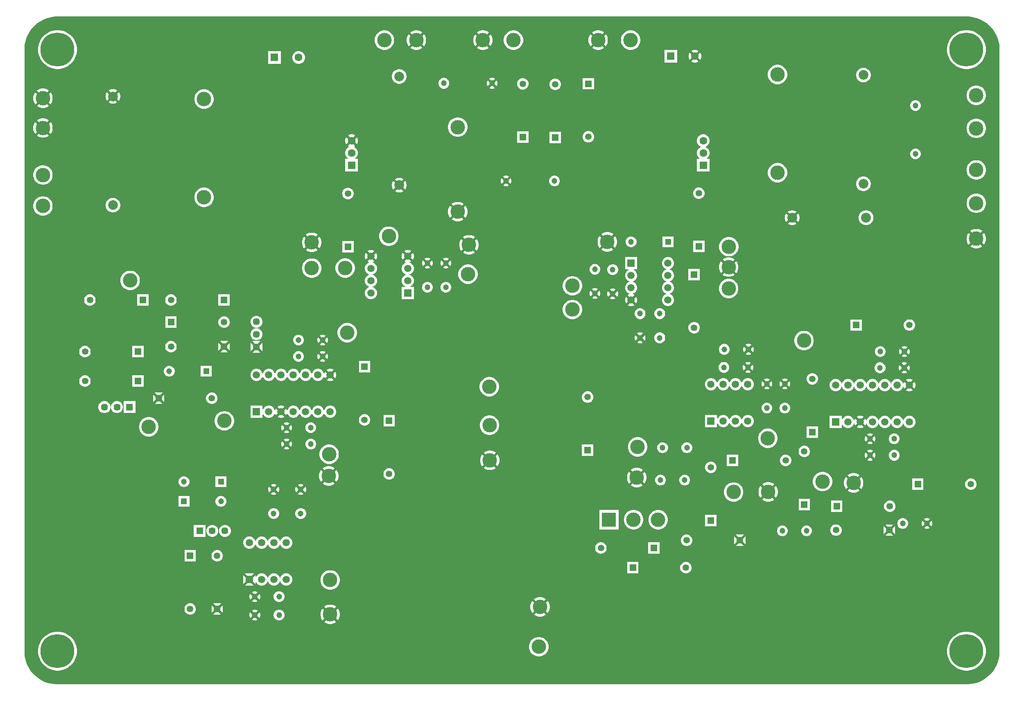
<source format=gbl>
G04*
G04 #@! TF.GenerationSoftware,Altium Limited,Altium Designer,23.2.1 (34)*
G04*
G04 Layer_Physical_Order=2*
G04 Layer_Color=16711680*
%FSLAX25Y25*%
%MOIN*%
G70*
G04*
G04 #@! TF.SameCoordinates,DA7EF934-4F24-4E62-B854-A3F0A750DD12*
G04*
G04*
G04 #@! TF.FilePolarity,Positive*
G04*
G01*
G75*
%ADD14C,0.11811*%
%ADD15C,0.04724*%
%ADD16R,0.05315X0.05315*%
%ADD17C,0.05315*%
%ADD18C,0.07874*%
%ADD19C,0.06299*%
%ADD20R,0.06299X0.06299*%
%ADD21R,0.06299X0.06299*%
%ADD22R,0.05709X0.05709*%
%ADD23C,0.05709*%
%ADD24R,0.05709X0.05709*%
%ADD25R,0.05315X0.05315*%
%ADD26R,0.05906X0.05906*%
%ADD27C,0.05906*%
%ADD28R,0.11811X0.11811*%
%ADD29R,0.04724X0.04724*%
%ADD30R,0.05906X0.05906*%
%ADD31C,0.27559*%
%ADD32C,0.08000*%
G36*
X783963Y556714D02*
X786562Y556197D01*
X789098Y555428D01*
X791547Y554414D01*
X793884Y553164D01*
X796088Y551692D01*
X798137Y550011D01*
X800011Y548137D01*
X801692Y546088D01*
X803164Y543884D01*
X804414Y541547D01*
X805428Y539098D01*
X806197Y536562D01*
X806714Y533963D01*
X806974Y531325D01*
Y530000D01*
Y40000D01*
Y38675D01*
X806714Y36037D01*
X806197Y33438D01*
X805428Y30902D01*
X804414Y28453D01*
X803164Y26116D01*
X801692Y23912D01*
X800011Y21863D01*
X798137Y19989D01*
X796088Y18308D01*
X793884Y16836D01*
X791547Y15586D01*
X789098Y14572D01*
X786562Y13803D01*
X783963Y13286D01*
X781325Y13026D01*
X38675D01*
X36037Y13286D01*
X33438Y13803D01*
X30902Y14572D01*
X28453Y15586D01*
X26116Y16836D01*
X23912Y18308D01*
X21863Y19989D01*
X19989Y21863D01*
X18308Y23912D01*
X16836Y26116D01*
X15586Y28453D01*
X14572Y30902D01*
X13803Y33438D01*
X13286Y36037D01*
X13026Y38675D01*
Y40000D01*
Y530000D01*
Y531325D01*
X13286Y533963D01*
X13803Y536562D01*
X14572Y539098D01*
X15586Y541547D01*
X16836Y543884D01*
X18308Y546088D01*
X19989Y548137D01*
X21863Y550011D01*
X23912Y551692D01*
X26116Y553164D01*
X28453Y554414D01*
X30902Y555428D01*
X33438Y556197D01*
X36037Y556714D01*
X38675Y556974D01*
X781325D01*
X783963Y556714D01*
D02*
G37*
%LPC*%
G36*
X387079Y545606D02*
X385521D01*
X383994Y545302D01*
X382555Y544706D01*
X381448Y543966D01*
X386300Y539114D01*
X391152Y543966D01*
X390045Y544706D01*
X388606Y545302D01*
X387079Y545606D01*
D02*
G37*
G36*
X480879D02*
X479321D01*
X477794Y545302D01*
X476355Y544706D01*
X475248Y543966D01*
X480100Y539114D01*
X484952Y543966D01*
X483845Y544706D01*
X482406Y545302D01*
X480879Y545606D01*
D02*
G37*
G36*
X332879D02*
X331321D01*
X329794Y545302D01*
X328355Y544706D01*
X327248Y543966D01*
X332100Y539114D01*
X336952Y543966D01*
X335845Y544706D01*
X334406Y545302D01*
X332879Y545606D01*
D02*
G37*
G36*
X486366Y542552D02*
X481514Y537700D01*
X486366Y532848D01*
X487106Y533955D01*
X487702Y535394D01*
X488005Y536921D01*
Y538479D01*
X487702Y540006D01*
X487106Y541445D01*
X486366Y542552D01*
D02*
G37*
G36*
X392566D02*
X387714Y537700D01*
X392566Y532848D01*
X393306Y533955D01*
X393902Y535394D01*
X394205Y536921D01*
Y538479D01*
X393902Y540006D01*
X393306Y541445D01*
X392566Y542552D01*
D02*
G37*
G36*
X338366D02*
X333514Y537700D01*
X338366Y532848D01*
X339106Y533955D01*
X339702Y535394D01*
X340005Y536921D01*
Y538479D01*
X339702Y540006D01*
X339106Y541445D01*
X338366Y542552D01*
D02*
G37*
G36*
X473834Y542552D02*
X473094Y541445D01*
X472498Y540006D01*
X472194Y538479D01*
Y536921D01*
X472498Y535394D01*
X473094Y533955D01*
X473834Y532848D01*
X478686Y537700D01*
X473834Y542552D01*
D02*
G37*
G36*
X380034D02*
X379294Y541445D01*
X378698Y540006D01*
X378395Y538479D01*
Y536921D01*
X378698Y535394D01*
X379294Y533955D01*
X380034Y532848D01*
X384886Y537700D01*
X380034Y542552D01*
D02*
G37*
G36*
X325834D02*
X325094Y541445D01*
X324498Y540006D01*
X324195Y538479D01*
Y536921D01*
X324498Y535394D01*
X325094Y533955D01*
X325834Y532848D01*
X330686Y537700D01*
X325834Y542552D01*
D02*
G37*
G36*
X507379Y545606D02*
X505821D01*
X504294Y545302D01*
X502855Y544706D01*
X501560Y543841D01*
X500459Y542739D01*
X499594Y541445D01*
X498998Y540006D01*
X498695Y538479D01*
Y536921D01*
X498998Y535394D01*
X499594Y533955D01*
X500459Y532660D01*
X501560Y531559D01*
X502855Y530694D01*
X504294Y530098D01*
X505821Y529795D01*
X507379D01*
X508906Y530098D01*
X510345Y530694D01*
X511639Y531559D01*
X512741Y532660D01*
X513606Y533955D01*
X514202Y535394D01*
X514505Y536921D01*
Y538479D01*
X514202Y540006D01*
X513606Y541445D01*
X512741Y542739D01*
X511639Y543841D01*
X510345Y544706D01*
X508906Y545302D01*
X507379Y545606D01*
D02*
G37*
G36*
X480100Y536286D02*
X475248Y531434D01*
X476355Y530694D01*
X477794Y530098D01*
X479321Y529795D01*
X480879D01*
X482406Y530098D01*
X483845Y530694D01*
X484952Y531434D01*
X480100Y536286D01*
D02*
G37*
G36*
X411979Y545606D02*
X410421D01*
X408894Y545302D01*
X407455Y544706D01*
X406160Y543841D01*
X405059Y542739D01*
X404194Y541445D01*
X403598Y540006D01*
X403295Y538479D01*
Y536921D01*
X403598Y535394D01*
X404194Y533955D01*
X405059Y532660D01*
X406160Y531559D01*
X407455Y530694D01*
X408894Y530098D01*
X410421Y529795D01*
X411979D01*
X413506Y530098D01*
X414945Y530694D01*
X416240Y531559D01*
X417341Y532660D01*
X418206Y533955D01*
X418802Y535394D01*
X419105Y536921D01*
Y538479D01*
X418802Y540006D01*
X418206Y541445D01*
X417341Y542739D01*
X416240Y543841D01*
X414945Y544706D01*
X413506Y545302D01*
X411979Y545606D01*
D02*
G37*
G36*
X386300Y536286D02*
X381448Y531434D01*
X382555Y530694D01*
X383994Y530098D01*
X385521Y529795D01*
X387079D01*
X388606Y530098D01*
X390045Y530694D01*
X391152Y531434D01*
X386300Y536286D01*
D02*
G37*
G36*
X332100D02*
X327248Y531434D01*
X328355Y530694D01*
X329794Y530098D01*
X331321Y529795D01*
X332879D01*
X334406Y530098D01*
X335845Y530694D01*
X336952Y531434D01*
X332100Y536286D01*
D02*
G37*
G36*
X306879Y545606D02*
X305321D01*
X303794Y545302D01*
X302355Y544706D01*
X301061Y543841D01*
X299959Y542739D01*
X299094Y541445D01*
X298498Y540006D01*
X298195Y538479D01*
Y536921D01*
X298498Y535394D01*
X299094Y533955D01*
X299959Y532660D01*
X301061Y531559D01*
X302355Y530694D01*
X303794Y530098D01*
X305321Y529795D01*
X306879D01*
X308406Y530098D01*
X309845Y530694D01*
X311139Y531559D01*
X312241Y532660D01*
X313106Y533955D01*
X313702Y535394D01*
X314005Y536921D01*
Y538479D01*
X313702Y540006D01*
X313106Y541445D01*
X312241Y542739D01*
X311139Y543841D01*
X309845Y544706D01*
X308406Y545302D01*
X306879Y545606D01*
D02*
G37*
G36*
X559563Y529850D02*
X558207D01*
X556897Y529499D01*
X556012Y528987D01*
X558885Y526114D01*
X561758Y528987D01*
X560873Y529499D01*
X559563Y529850D01*
D02*
G37*
G36*
X563172Y527573D02*
X560299Y524700D01*
X563172Y521827D01*
X563684Y522712D01*
X564035Y524022D01*
Y525378D01*
X563684Y526688D01*
X563172Y527573D01*
D02*
G37*
G36*
X554598Y527573D02*
X554086Y526688D01*
X553735Y525378D01*
Y524022D01*
X554086Y522712D01*
X554598Y521827D01*
X557471Y524700D01*
X554598Y527573D01*
D02*
G37*
G36*
X558885Y523286D02*
X556012Y520413D01*
X556897Y519901D01*
X558207Y519550D01*
X559563D01*
X560873Y519901D01*
X561758Y520413D01*
X558885Y523286D01*
D02*
G37*
G36*
X544350Y529850D02*
X534050D01*
Y519550D01*
X544350D01*
Y529850D01*
D02*
G37*
G36*
X236978Y528750D02*
X235622D01*
X234312Y528399D01*
X233138Y527721D01*
X232179Y526762D01*
X231501Y525588D01*
X231150Y524278D01*
Y522922D01*
X231501Y521612D01*
X232179Y520438D01*
X233138Y519479D01*
X234312Y518801D01*
X235622Y518450D01*
X236978D01*
X238288Y518801D01*
X239462Y519479D01*
X240421Y520438D01*
X241099Y521612D01*
X241450Y522922D01*
Y524278D01*
X241099Y525588D01*
X240421Y526762D01*
X239462Y527721D01*
X238288Y528399D01*
X236978Y528750D01*
D02*
G37*
G36*
X221765D02*
X211465D01*
Y518450D01*
X221765D01*
Y528750D01*
D02*
G37*
G36*
X781242Y545780D02*
X778758D01*
X776305Y545391D01*
X773943Y544624D01*
X771730Y543496D01*
X769720Y542036D01*
X767964Y540280D01*
X766504Y538270D01*
X765377Y536057D01*
X764609Y533695D01*
X764221Y531242D01*
Y528758D01*
X764609Y526305D01*
X765377Y523943D01*
X766504Y521730D01*
X767964Y519720D01*
X769720Y517964D01*
X771730Y516504D01*
X773943Y515377D01*
X776305Y514609D01*
X778758Y514221D01*
X781242D01*
X783695Y514609D01*
X786057Y515377D01*
X788270Y516504D01*
X790280Y517964D01*
X792036Y519720D01*
X793496Y521730D01*
X794624Y523943D01*
X795391Y526305D01*
X795780Y528758D01*
Y531242D01*
X795391Y533695D01*
X794624Y536057D01*
X793496Y538270D01*
X792036Y540280D01*
X790280Y542036D01*
X788270Y543496D01*
X786057Y544624D01*
X783695Y545391D01*
X781242Y545780D01*
D02*
G37*
G36*
X41242D02*
X38758D01*
X36305Y545391D01*
X33943Y544624D01*
X31730Y543496D01*
X29720Y542036D01*
X27964Y540280D01*
X26504Y538270D01*
X25376Y536057D01*
X24609Y533695D01*
X24220Y531242D01*
Y528758D01*
X24609Y526305D01*
X25376Y523943D01*
X26504Y521730D01*
X27964Y519720D01*
X29720Y517964D01*
X31730Y516504D01*
X33943Y515377D01*
X36305Y514609D01*
X38758Y514221D01*
X41242D01*
X43695Y514609D01*
X46057Y515377D01*
X48270Y516504D01*
X50280Y517964D01*
X52036Y519720D01*
X53496Y521730D01*
X54624Y523943D01*
X55391Y526305D01*
X55779Y528758D01*
Y531242D01*
X55391Y533695D01*
X54624Y536057D01*
X53496Y538270D01*
X52036Y540280D01*
X50280Y542036D01*
X48270Y543496D01*
X46057Y544624D01*
X43695Y545391D01*
X41242Y545780D01*
D02*
G37*
G36*
X394459Y506962D02*
X393311D01*
X392201Y506665D01*
X391588Y506311D01*
X393885Y504014D01*
X396182Y506311D01*
X395569Y506665D01*
X394459Y506962D01*
D02*
G37*
G36*
X696685Y515228D02*
X695515D01*
X694368Y515000D01*
X693288Y514553D01*
X692315Y513903D01*
X691488Y513076D01*
X690839Y512104D01*
X690391Y511023D01*
X690163Y509876D01*
Y508707D01*
X690391Y507560D01*
X690839Y506479D01*
X691488Y505507D01*
X692315Y504680D01*
X693288Y504030D01*
X694368Y503582D01*
X695515Y503354D01*
X696685D01*
X697832Y503582D01*
X698912Y504030D01*
X699885Y504680D01*
X700712Y505507D01*
X701361Y506479D01*
X701809Y507560D01*
X702037Y508707D01*
Y509876D01*
X701809Y511023D01*
X701361Y512104D01*
X700712Y513076D01*
X699885Y513903D01*
X698912Y514553D01*
X697832Y515000D01*
X696685Y515228D01*
D02*
G37*
G36*
X318785Y514128D02*
X317615D01*
X316468Y513900D01*
X315388Y513453D01*
X314415Y512803D01*
X313588Y511976D01*
X312939Y511004D01*
X312491Y509923D01*
X312263Y508776D01*
Y507607D01*
X312491Y506460D01*
X312939Y505379D01*
X313588Y504407D01*
X314415Y503580D01*
X315388Y502930D01*
X316468Y502483D01*
X317615Y502254D01*
X318785D01*
X319932Y502483D01*
X321012Y502930D01*
X321985Y503580D01*
X322812Y504407D01*
X323461Y505379D01*
X323909Y506460D01*
X324137Y507607D01*
Y508776D01*
X323909Y509923D01*
X323461Y511004D01*
X322812Y511976D01*
X321985Y512803D01*
X321012Y513453D01*
X319932Y513900D01*
X318785Y514128D01*
D02*
G37*
G36*
X626979Y517605D02*
X625421D01*
X623894Y517302D01*
X622455Y516706D01*
X621161Y515841D01*
X620059Y514740D01*
X619194Y513445D01*
X618598Y512006D01*
X618294Y510479D01*
Y508921D01*
X618598Y507394D01*
X619194Y505955D01*
X620059Y504661D01*
X621161Y503559D01*
X622455Y502694D01*
X623894Y502098D01*
X625421Y501794D01*
X626979D01*
X628506Y502098D01*
X629945Y502694D01*
X631240Y503559D01*
X632341Y504661D01*
X633206Y505955D01*
X633802Y507394D01*
X634105Y508921D01*
Y510479D01*
X633802Y512006D01*
X633206Y513445D01*
X632341Y514740D01*
X631240Y515841D01*
X629945Y516706D01*
X628506Y517302D01*
X626979Y517605D01*
D02*
G37*
G36*
X397596Y504897D02*
X395299Y502600D01*
X397596Y500303D01*
X397950Y500916D01*
X398247Y502026D01*
Y503174D01*
X397950Y504284D01*
X397596Y504897D01*
D02*
G37*
G36*
X390174Y504897D02*
X389820Y504284D01*
X389523Y503174D01*
Y502026D01*
X389820Y500916D01*
X390174Y500303D01*
X392471Y502600D01*
X390174Y504897D01*
D02*
G37*
G36*
X393885Y501186D02*
X391588Y498889D01*
X392201Y498535D01*
X393311Y498238D01*
X394459D01*
X395569Y498535D01*
X396182Y498889D01*
X393885Y501186D01*
D02*
G37*
G36*
X355089Y506962D02*
X353941D01*
X352831Y506665D01*
X351836Y506091D01*
X351024Y505278D01*
X350450Y504284D01*
X350153Y503174D01*
Y502026D01*
X350450Y500916D01*
X351024Y499922D01*
X351836Y499109D01*
X352831Y498535D01*
X353941Y498238D01*
X355089D01*
X356199Y498535D01*
X357193Y499109D01*
X358006Y499922D01*
X358580Y500916D01*
X358877Y502026D01*
Y503174D01*
X358580Y504284D01*
X358006Y505278D01*
X357193Y506091D01*
X356199Y506665D01*
X355089Y506962D01*
D02*
G37*
G36*
X476858Y506911D02*
X467543D01*
Y497596D01*
X476858D01*
Y506911D01*
D02*
G37*
G36*
X419413Y506811D02*
X418187D01*
X417002Y506494D01*
X415940Y505880D01*
X415073Y505013D01*
X414460Y503951D01*
X414143Y502767D01*
Y501540D01*
X414460Y500356D01*
X415073Y499294D01*
X415940Y498427D01*
X417002Y497814D01*
X418187Y497496D01*
X419413D01*
X420598Y497814D01*
X421660Y498427D01*
X422527Y499294D01*
X423140Y500356D01*
X423457Y501540D01*
Y502767D01*
X423140Y503951D01*
X422527Y505013D01*
X421660Y505880D01*
X420598Y506494D01*
X419413Y506811D01*
D02*
G37*
G36*
X445813Y506411D02*
X444587D01*
X443402Y506094D01*
X442340Y505480D01*
X441473Y504613D01*
X440860Y503551D01*
X440543Y502367D01*
Y501140D01*
X440860Y499956D01*
X441473Y498894D01*
X442340Y498027D01*
X443402Y497413D01*
X444587Y497096D01*
X445813D01*
X446998Y497413D01*
X448060Y498027D01*
X448927Y498894D01*
X449540Y499956D01*
X449858Y501140D01*
Y502367D01*
X449540Y503551D01*
X448927Y504613D01*
X448060Y505480D01*
X446998Y506094D01*
X445813Y506411D01*
D02*
G37*
G36*
X85685Y497828D02*
X84515D01*
X83368Y497600D01*
X82288Y497153D01*
X81667Y496738D01*
X85100Y493306D01*
X88533Y496738D01*
X87912Y497153D01*
X86832Y497600D01*
X85685Y497828D01*
D02*
G37*
G36*
X28879Y498306D02*
X27321D01*
X25794Y498002D01*
X24355Y497406D01*
X23248Y496666D01*
X28100Y491814D01*
X32952Y496666D01*
X31845Y497406D01*
X30406Y498002D01*
X28879Y498306D01*
D02*
G37*
G36*
X89947Y495324D02*
X86514Y491891D01*
X89947Y488459D01*
X90361Y489079D01*
X90809Y490160D01*
X91037Y491307D01*
Y492476D01*
X90809Y493623D01*
X90361Y494704D01*
X89947Y495324D01*
D02*
G37*
G36*
X80253Y495324D02*
X79839Y494704D01*
X79391Y493623D01*
X79163Y492476D01*
Y491307D01*
X79391Y490160D01*
X79839Y489079D01*
X80253Y488459D01*
X83686Y491891D01*
X80253Y495324D01*
D02*
G37*
G36*
X85100Y490477D02*
X81667Y487044D01*
X82288Y486630D01*
X83368Y486182D01*
X84515Y485954D01*
X85685D01*
X86832Y486182D01*
X87912Y486630D01*
X88533Y487044D01*
X85100Y490477D01*
D02*
G37*
G36*
X34366Y495252D02*
X29514Y490400D01*
X34366Y485548D01*
X35106Y486655D01*
X35702Y488094D01*
X36005Y489621D01*
Y491179D01*
X35702Y492706D01*
X35106Y494145D01*
X34366Y495252D01*
D02*
G37*
G36*
X21834Y495252D02*
X21094Y494145D01*
X20498Y492706D01*
X20195Y491179D01*
Y489621D01*
X20498Y488094D01*
X21094Y486655D01*
X21834Y485548D01*
X26686Y490400D01*
X21834Y495252D01*
D02*
G37*
G36*
X788779Y500705D02*
X787221D01*
X785694Y500402D01*
X784255Y499806D01*
X782961Y498941D01*
X781859Y497839D01*
X780994Y496545D01*
X780398Y495106D01*
X780094Y493579D01*
Y492021D01*
X780398Y490494D01*
X780994Y489055D01*
X781859Y487760D01*
X782961Y486659D01*
X784255Y485794D01*
X785694Y485198D01*
X787221Y484895D01*
X788779D01*
X790306Y485198D01*
X791745Y485794D01*
X793040Y486659D01*
X794141Y487760D01*
X795006Y489055D01*
X795602Y490494D01*
X795905Y492021D01*
Y493579D01*
X795602Y495106D01*
X795006Y496545D01*
X794141Y497839D01*
X793040Y498941D01*
X791745Y499806D01*
X790306Y500402D01*
X788779Y500705D01*
D02*
G37*
G36*
X28100Y488986D02*
X23248Y484134D01*
X24355Y483394D01*
X25794Y482798D01*
X27321Y482494D01*
X28879D01*
X30406Y482798D01*
X31845Y483394D01*
X32952Y484134D01*
X28100Y488986D01*
D02*
G37*
G36*
X160079Y497606D02*
X158521D01*
X156994Y497302D01*
X155555Y496706D01*
X154261Y495841D01*
X153159Y494739D01*
X152294Y493445D01*
X151698Y492006D01*
X151394Y490479D01*
Y488921D01*
X151698Y487394D01*
X152294Y485955D01*
X153159Y484660D01*
X154261Y483559D01*
X155555Y482694D01*
X156994Y482098D01*
X158521Y481795D01*
X160079D01*
X161606Y482098D01*
X163045Y482694D01*
X164339Y483559D01*
X165441Y484660D01*
X166306Y485955D01*
X166902Y487394D01*
X167206Y488921D01*
Y490479D01*
X166902Y492006D01*
X166306Y493445D01*
X165441Y494739D01*
X164339Y495841D01*
X163045Y496706D01*
X161606Y497302D01*
X160079Y497606D01*
D02*
G37*
G36*
X739074Y488832D02*
X737926D01*
X736816Y488535D01*
X735822Y487961D01*
X735009Y487149D01*
X734435Y486154D01*
X734138Y485044D01*
Y483896D01*
X734435Y482786D01*
X735009Y481792D01*
X735822Y480979D01*
X736816Y480405D01*
X737926Y480108D01*
X739074D01*
X740184Y480405D01*
X741178Y480979D01*
X741991Y481792D01*
X742565Y482786D01*
X742862Y483896D01*
Y485044D01*
X742565Y486154D01*
X741991Y487149D01*
X741178Y487961D01*
X740184Y488535D01*
X739074Y488832D01*
D02*
G37*
G36*
X28879Y474106D02*
X27321D01*
X25794Y473802D01*
X24355Y473206D01*
X23248Y472466D01*
X28100Y467614D01*
X32952Y472466D01*
X31845Y473206D01*
X30406Y473802D01*
X28879Y474106D01*
D02*
G37*
G36*
X34366Y471052D02*
X29514Y466200D01*
X34366Y461348D01*
X35106Y462455D01*
X35702Y463894D01*
X36005Y465421D01*
Y466979D01*
X35702Y468506D01*
X35106Y469945D01*
X34366Y471052D01*
D02*
G37*
G36*
X21834Y471052D02*
X21094Y469945D01*
X20498Y468506D01*
X20195Y466979D01*
Y465421D01*
X20498Y463894D01*
X21094Y462455D01*
X21834Y461348D01*
X26686Y466200D01*
X21834Y471052D01*
D02*
G37*
G36*
X366579Y474805D02*
X365021D01*
X363494Y474502D01*
X362055Y473906D01*
X360760Y473041D01*
X359659Y471940D01*
X358794Y470645D01*
X358198Y469206D01*
X357894Y467679D01*
Y466121D01*
X358198Y464594D01*
X358794Y463155D01*
X359659Y461861D01*
X360760Y460759D01*
X362055Y459894D01*
X363494Y459298D01*
X365021Y458994D01*
X366579D01*
X368106Y459298D01*
X369545Y459894D01*
X370840Y460759D01*
X371941Y461861D01*
X372806Y463155D01*
X373402Y464594D01*
X373706Y466121D01*
Y467679D01*
X373402Y469206D01*
X372806Y470645D01*
X371941Y471940D01*
X370840Y473041D01*
X369545Y473906D01*
X368106Y474502D01*
X366579Y474805D01*
D02*
G37*
G36*
X28100Y464786D02*
X23248Y459934D01*
X24355Y459194D01*
X25794Y458598D01*
X27321Y458294D01*
X28879D01*
X30406Y458598D01*
X31845Y459194D01*
X32952Y459934D01*
X28100Y464786D01*
D02*
G37*
G36*
X788779Y473806D02*
X787221D01*
X785694Y473502D01*
X784255Y472906D01*
X782961Y472041D01*
X781859Y470939D01*
X780994Y469645D01*
X780398Y468206D01*
X780094Y466679D01*
Y465121D01*
X780398Y463594D01*
X780994Y462155D01*
X781859Y460860D01*
X782961Y459759D01*
X784255Y458894D01*
X785694Y458298D01*
X787221Y457995D01*
X788779D01*
X790306Y458298D01*
X791745Y458894D01*
X793040Y459759D01*
X794141Y460860D01*
X795006Y462155D01*
X795602Y463594D01*
X795905Y465121D01*
Y466679D01*
X795602Y468206D01*
X795006Y469645D01*
X794141Y470939D01*
X793040Y472041D01*
X791745Y472906D01*
X790306Y473502D01*
X788779Y473806D01*
D02*
G37*
G36*
X280078Y461050D02*
X278722D01*
X277412Y460699D01*
X276527Y460187D01*
X279400Y457314D01*
X282273Y460187D01*
X281388Y460699D01*
X280078Y461050D01*
D02*
G37*
G36*
X472813Y463604D02*
X471587D01*
X470402Y463286D01*
X469340Y462673D01*
X468473Y461806D01*
X467860Y460744D01*
X467543Y459560D01*
Y458333D01*
X467860Y457149D01*
X468473Y456087D01*
X469340Y455220D01*
X470402Y454606D01*
X471587Y454289D01*
X472813D01*
X473998Y454606D01*
X475060Y455220D01*
X475927Y456087D01*
X476540Y457149D01*
X476858Y458333D01*
Y459560D01*
X476540Y460744D01*
X475927Y461806D01*
X475060Y462673D01*
X473998Y463286D01*
X472813Y463604D01*
D02*
G37*
G36*
X423457Y463504D02*
X414143D01*
Y454189D01*
X423457D01*
Y463504D01*
D02*
G37*
G36*
X449858Y463104D02*
X440543D01*
Y453789D01*
X449858D01*
Y463104D01*
D02*
G37*
G36*
X275113Y458773D02*
X274601Y457888D01*
X274250Y456578D01*
Y455222D01*
X274601Y453912D01*
X275113Y453027D01*
X277986Y455900D01*
X275113Y458773D01*
D02*
G37*
G36*
X283687Y458773D02*
X280814Y455900D01*
X283687Y453027D01*
X284199Y453912D01*
X284550Y455222D01*
Y456578D01*
X284199Y457888D01*
X283687Y458773D01*
D02*
G37*
G36*
X739074Y449462D02*
X737926D01*
X736816Y449165D01*
X735822Y448591D01*
X735009Y447778D01*
X734435Y446784D01*
X734138Y445674D01*
Y444526D01*
X734435Y443416D01*
X735009Y442422D01*
X735822Y441609D01*
X736816Y441035D01*
X737926Y440738D01*
X739074D01*
X740184Y441035D01*
X741178Y441609D01*
X741991Y442422D01*
X742565Y443416D01*
X742862Y444526D01*
Y445674D01*
X742565Y446784D01*
X741991Y447778D01*
X741178Y448591D01*
X740184Y449165D01*
X739074Y449462D01*
D02*
G37*
G36*
X279400Y454486D02*
X276527Y451613D01*
X277279Y451178D01*
X277323Y451019D01*
Y450781D01*
X277279Y450622D01*
X276238Y450021D01*
X275279Y449062D01*
X274601Y447888D01*
X274250Y446578D01*
Y445222D01*
X274601Y443912D01*
X275279Y442738D01*
X276238Y441779D01*
X276636Y441550D01*
X276502Y441050D01*
X274250D01*
Y430750D01*
X284550D01*
Y441050D01*
X282298D01*
X282164Y441550D01*
X282562Y441779D01*
X283521Y442738D01*
X284199Y443912D01*
X284550Y445222D01*
Y446578D01*
X284199Y447888D01*
X283521Y449062D01*
X282562Y450021D01*
X281521Y450622D01*
X281477Y450781D01*
Y451019D01*
X281521Y451178D01*
X282273Y451613D01*
X279400Y454486D01*
D02*
G37*
G36*
X566378Y460950D02*
X565022D01*
X563712Y460599D01*
X562538Y459921D01*
X561579Y458962D01*
X560901Y457788D01*
X560550Y456478D01*
Y455122D01*
X560901Y453812D01*
X561579Y452638D01*
X562538Y451679D01*
X563579Y451078D01*
X563623Y450919D01*
Y450681D01*
X563579Y450522D01*
X562538Y449921D01*
X561579Y448962D01*
X560901Y447788D01*
X560550Y446478D01*
Y445122D01*
X560901Y443812D01*
X561579Y442638D01*
X562538Y441679D01*
X562936Y441450D01*
X562802Y440950D01*
X560550D01*
Y430650D01*
X570850D01*
Y440950D01*
X568598D01*
X568464Y441450D01*
X568862Y441679D01*
X569821Y442638D01*
X570499Y443812D01*
X570850Y445122D01*
Y446478D01*
X570499Y447788D01*
X569821Y448962D01*
X568862Y449921D01*
X567821Y450522D01*
X567777Y450681D01*
Y450919D01*
X567821Y451078D01*
X568862Y451679D01*
X569821Y452638D01*
X570499Y453812D01*
X570850Y455122D01*
Y456478D01*
X570499Y457788D01*
X569821Y458962D01*
X568862Y459921D01*
X567688Y460599D01*
X566378Y460950D01*
D02*
G37*
G36*
X405789Y427362D02*
X404641D01*
X403531Y427065D01*
X402918Y426711D01*
X405215Y424414D01*
X407512Y426711D01*
X406899Y427065D01*
X405789Y427362D01*
D02*
G37*
G36*
X788779Y439906D02*
X787221D01*
X785694Y439602D01*
X784255Y439006D01*
X782961Y438141D01*
X781859Y437040D01*
X780994Y435745D01*
X780398Y434306D01*
X780094Y432779D01*
Y431221D01*
X780398Y429694D01*
X780994Y428255D01*
X781859Y426961D01*
X782961Y425859D01*
X784255Y424994D01*
X785694Y424398D01*
X787221Y424094D01*
X788779D01*
X790306Y424398D01*
X791745Y424994D01*
X793040Y425859D01*
X794141Y426961D01*
X795006Y428255D01*
X795602Y429694D01*
X795905Y431221D01*
Y432779D01*
X795602Y434306D01*
X795006Y435745D01*
X794141Y437040D01*
X793040Y438141D01*
X791745Y439006D01*
X790306Y439602D01*
X788779Y439906D01*
D02*
G37*
G36*
X626979Y437605D02*
X625421D01*
X623894Y437302D01*
X622455Y436706D01*
X621161Y435841D01*
X620059Y434739D01*
X619194Y433445D01*
X618598Y432006D01*
X618294Y430479D01*
Y428921D01*
X618598Y427394D01*
X619194Y425955D01*
X620059Y424660D01*
X621161Y423559D01*
X622455Y422694D01*
X623894Y422098D01*
X625421Y421795D01*
X626979D01*
X628506Y422098D01*
X629945Y422694D01*
X631240Y423559D01*
X632341Y424660D01*
X633206Y425955D01*
X633802Y427394D01*
X634105Y428921D01*
Y430479D01*
X633802Y432006D01*
X633206Y433445D01*
X632341Y434739D01*
X631240Y435841D01*
X629945Y436706D01*
X628506Y437302D01*
X626979Y437605D01*
D02*
G37*
G36*
X318785Y425546D02*
X317615D01*
X316468Y425317D01*
X315388Y424870D01*
X314767Y424455D01*
X318200Y421023D01*
X321633Y424455D01*
X321012Y424870D01*
X319932Y425317D01*
X318785Y425546D01*
D02*
G37*
G36*
X401504Y425297D02*
X401150Y424684D01*
X400853Y423574D01*
Y422426D01*
X401150Y421316D01*
X401504Y420703D01*
X403801Y423000D01*
X401504Y425297D01*
D02*
G37*
G36*
X408926D02*
X406629Y423000D01*
X408926Y420703D01*
X409280Y421316D01*
X409577Y422426D01*
Y423574D01*
X409280Y424684D01*
X408926Y425297D01*
D02*
G37*
G36*
X28879Y435806D02*
X27321D01*
X25794Y435502D01*
X24355Y434906D01*
X23061Y434041D01*
X21959Y432939D01*
X21094Y431645D01*
X20498Y430206D01*
X20195Y428679D01*
Y427121D01*
X20498Y425594D01*
X21094Y424155D01*
X21959Y422860D01*
X23061Y421759D01*
X24355Y420894D01*
X25794Y420298D01*
X27321Y419994D01*
X28879D01*
X30406Y420298D01*
X31845Y420894D01*
X33140Y421759D01*
X34241Y422860D01*
X35106Y424155D01*
X35702Y425594D01*
X36005Y427121D01*
Y428679D01*
X35702Y430206D01*
X35106Y431645D01*
X34241Y432939D01*
X33140Y434041D01*
X31845Y434906D01*
X30406Y435502D01*
X28879Y435806D01*
D02*
G37*
G36*
X445159Y427362D02*
X444011D01*
X442901Y427065D01*
X441907Y426491D01*
X441094Y425678D01*
X440520Y424684D01*
X440223Y423574D01*
Y422426D01*
X440520Y421316D01*
X441094Y420322D01*
X441907Y419509D01*
X442901Y418935D01*
X444011Y418638D01*
X445159D01*
X446269Y418935D01*
X447263Y419509D01*
X448076Y420322D01*
X448650Y421316D01*
X448947Y422426D01*
Y423574D01*
X448650Y424684D01*
X448076Y425678D01*
X447263Y426491D01*
X446269Y427065D01*
X445159Y427362D01*
D02*
G37*
G36*
X405215Y421586D02*
X402918Y419289D01*
X403531Y418935D01*
X404641Y418638D01*
X405789D01*
X406899Y418935D01*
X407512Y419289D01*
X405215Y421586D01*
D02*
G37*
G36*
X323047Y423041D02*
X319614Y419609D01*
X323047Y416176D01*
X323461Y416796D01*
X323909Y417877D01*
X324137Y419024D01*
Y420193D01*
X323909Y421340D01*
X323461Y422421D01*
X323047Y423041D01*
D02*
G37*
G36*
X313353Y423041D02*
X312939Y422421D01*
X312491Y421340D01*
X312263Y420193D01*
Y419024D01*
X312491Y417877D01*
X312939Y416796D01*
X313353Y416176D01*
X316786Y419609D01*
X313353Y423041D01*
D02*
G37*
G36*
X696685Y426646D02*
X695515D01*
X694368Y426417D01*
X693288Y425970D01*
X692315Y425320D01*
X691488Y424493D01*
X690839Y423521D01*
X690391Y422440D01*
X690163Y421293D01*
Y420124D01*
X690391Y418977D01*
X690839Y417896D01*
X691488Y416924D01*
X692315Y416097D01*
X693288Y415447D01*
X694368Y415000D01*
X695515Y414772D01*
X696685D01*
X697832Y415000D01*
X698912Y415447D01*
X699885Y416097D01*
X700712Y416924D01*
X701361Y417896D01*
X701809Y418977D01*
X702037Y420124D01*
Y421293D01*
X701809Y422440D01*
X701361Y423521D01*
X700712Y424493D01*
X699885Y425320D01*
X698912Y425970D01*
X697832Y426417D01*
X696685Y426646D01*
D02*
G37*
G36*
X318200Y418194D02*
X314767Y414762D01*
X315388Y414347D01*
X316468Y413900D01*
X317615Y413672D01*
X318785D01*
X319932Y413900D01*
X321012Y414347D01*
X321633Y414762D01*
X318200Y418194D01*
D02*
G37*
G36*
X562713Y417711D02*
X561487D01*
X560302Y417394D01*
X559240Y416781D01*
X558373Y415913D01*
X557760Y414851D01*
X557443Y413667D01*
Y412440D01*
X557760Y411256D01*
X558373Y410194D01*
X559240Y409327D01*
X560302Y408713D01*
X561487Y408396D01*
X562713D01*
X563898Y408713D01*
X564960Y409327D01*
X565827Y410194D01*
X566440Y411256D01*
X566757Y412440D01*
Y413667D01*
X566440Y414851D01*
X565827Y415913D01*
X564960Y416781D01*
X563898Y417394D01*
X562713Y417711D01*
D02*
G37*
G36*
X277013Y417411D02*
X275787D01*
X274602Y417094D01*
X273540Y416480D01*
X272673Y415613D01*
X272060Y414551D01*
X271743Y413367D01*
Y412140D01*
X272060Y410956D01*
X272673Y409894D01*
X273540Y409027D01*
X274602Y408414D01*
X275787Y408096D01*
X277013D01*
X278198Y408414D01*
X279260Y409027D01*
X280127Y409894D01*
X280740Y410956D01*
X281058Y412140D01*
Y413367D01*
X280740Y414551D01*
X280127Y415613D01*
X279260Y416480D01*
X278198Y417094D01*
X277013Y417411D01*
D02*
G37*
G36*
X160079Y417605D02*
X158521D01*
X156994Y417302D01*
X155555Y416706D01*
X154261Y415841D01*
X153159Y414740D01*
X152294Y413445D01*
X151698Y412006D01*
X151394Y410479D01*
Y408921D01*
X151698Y407394D01*
X152294Y405955D01*
X153159Y404661D01*
X154261Y403559D01*
X155555Y402694D01*
X156994Y402098D01*
X158521Y401794D01*
X160079D01*
X161606Y402098D01*
X163045Y402694D01*
X164339Y403559D01*
X165441Y404661D01*
X166306Y405955D01*
X166902Y407394D01*
X167206Y408921D01*
Y410479D01*
X166902Y412006D01*
X166306Y413445D01*
X165441Y414740D01*
X164339Y415841D01*
X163045Y416706D01*
X161606Y417302D01*
X160079Y417605D01*
D02*
G37*
G36*
X366579Y405908D02*
X365021D01*
X363494Y405604D01*
X362055Y405008D01*
X360948Y404268D01*
X365800Y399417D01*
X370652Y404268D01*
X369545Y405008D01*
X368106Y405604D01*
X366579Y405908D01*
D02*
G37*
G36*
X85685Y409246D02*
X84515D01*
X83368Y409018D01*
X82288Y408570D01*
X81315Y407920D01*
X80488Y407093D01*
X79839Y406121D01*
X79391Y405040D01*
X79163Y403893D01*
Y402724D01*
X79391Y401577D01*
X79839Y400496D01*
X80488Y399524D01*
X81315Y398697D01*
X82288Y398047D01*
X83368Y397600D01*
X84515Y397372D01*
X85685D01*
X86832Y397600D01*
X87912Y398047D01*
X88885Y398697D01*
X89712Y399524D01*
X90361Y400496D01*
X90809Y401577D01*
X91037Y402724D01*
Y403893D01*
X90809Y405040D01*
X90361Y406121D01*
X89712Y407093D01*
X88885Y407920D01*
X87912Y408570D01*
X86832Y409018D01*
X85685Y409246D01*
D02*
G37*
G36*
X788779Y412806D02*
X787221D01*
X785694Y412502D01*
X784255Y411906D01*
X782961Y411041D01*
X781859Y409939D01*
X780994Y408645D01*
X780398Y407206D01*
X780094Y405679D01*
Y404121D01*
X780398Y402594D01*
X780994Y401155D01*
X781859Y399861D01*
X782961Y398759D01*
X784255Y397894D01*
X785694Y397298D01*
X787221Y396994D01*
X788779D01*
X790306Y397298D01*
X791745Y397894D01*
X793040Y398759D01*
X794141Y399861D01*
X795006Y401155D01*
X795602Y402594D01*
X795905Y404121D01*
Y405679D01*
X795602Y407206D01*
X795006Y408645D01*
X794141Y409939D01*
X793040Y411041D01*
X791745Y411906D01*
X790306Y412502D01*
X788779Y412806D01*
D02*
G37*
G36*
X28879Y410505D02*
X27321D01*
X25794Y410202D01*
X24355Y409606D01*
X23061Y408741D01*
X21959Y407640D01*
X21094Y406345D01*
X20498Y404906D01*
X20195Y403379D01*
Y401821D01*
X20498Y400294D01*
X21094Y398855D01*
X21959Y397561D01*
X23061Y396459D01*
X24355Y395594D01*
X25794Y394998D01*
X27321Y394694D01*
X28879D01*
X30406Y394998D01*
X31845Y395594D01*
X33140Y396459D01*
X34241Y397561D01*
X35106Y398855D01*
X35702Y400294D01*
X36005Y401821D01*
Y403379D01*
X35702Y404906D01*
X35106Y406345D01*
X34241Y407640D01*
X33140Y408741D01*
X31845Y409606D01*
X30406Y410202D01*
X28879Y410505D01*
D02*
G37*
G36*
X638691Y399100D02*
X637509D01*
X636350Y398869D01*
X635258Y398417D01*
X634622Y397992D01*
X638100Y394514D01*
X641578Y397992D01*
X640942Y398417D01*
X639850Y398869D01*
X638691Y399100D01*
D02*
G37*
G36*
X359534Y402854D02*
X358794Y401747D01*
X358198Y400308D01*
X357894Y398781D01*
Y397224D01*
X358198Y395696D01*
X358794Y394258D01*
X359534Y393151D01*
X364386Y398002D01*
X359534Y402854D01*
D02*
G37*
G36*
X372066Y402854D02*
X367214Y398002D01*
X372066Y393151D01*
X372806Y394258D01*
X373402Y395696D01*
X373706Y397224D01*
Y398781D01*
X373402Y400308D01*
X372806Y401747D01*
X372066Y402854D01*
D02*
G37*
G36*
X365800Y396588D02*
X360948Y391736D01*
X362055Y390997D01*
X363494Y390401D01*
X365021Y390097D01*
X366579D01*
X368106Y390401D01*
X369545Y390997D01*
X370652Y391736D01*
X365800Y396588D01*
D02*
G37*
G36*
X642992Y396578D02*
X639514Y393100D01*
X642992Y389622D01*
X643417Y390258D01*
X643869Y391350D01*
X644100Y392509D01*
Y393691D01*
X643869Y394850D01*
X643417Y395942D01*
X642992Y396578D01*
D02*
G37*
G36*
X633208D02*
X632783Y395942D01*
X632331Y394850D01*
X632100Y393691D01*
Y392509D01*
X632331Y391350D01*
X632783Y390258D01*
X633208Y389622D01*
X636686Y393100D01*
X633208Y396578D01*
D02*
G37*
G36*
X698891Y399100D02*
X697709D01*
X696550Y398869D01*
X695458Y398417D01*
X694475Y397761D01*
X693640Y396925D01*
X692983Y395942D01*
X692531Y394850D01*
X692300Y393691D01*
Y392509D01*
X692531Y391350D01*
X692983Y390258D01*
X693640Y389275D01*
X694475Y388439D01*
X695458Y387783D01*
X696550Y387331D01*
X697709Y387100D01*
X698891D01*
X700050Y387331D01*
X701142Y387783D01*
X702125Y388439D01*
X702960Y389275D01*
X703617Y390258D01*
X704069Y391350D01*
X704300Y392509D01*
Y393691D01*
X704069Y394850D01*
X703617Y395942D01*
X702960Y396925D01*
X702125Y397761D01*
X701142Y398417D01*
X700050Y398869D01*
X698891Y399100D01*
D02*
G37*
G36*
X638100Y391686D02*
X634622Y388208D01*
X635258Y387783D01*
X636350Y387331D01*
X637509Y387100D01*
X638691D01*
X639850Y387331D01*
X640942Y387783D01*
X641578Y388208D01*
X638100Y391686D01*
D02*
G37*
G36*
X788779Y383906D02*
X787221D01*
X785694Y383602D01*
X784255Y383006D01*
X783148Y382266D01*
X788000Y377414D01*
X792852Y382266D01*
X791745Y383006D01*
X790306Y383602D01*
X788779Y383906D01*
D02*
G37*
G36*
X488379Y381306D02*
X486821D01*
X485294Y381002D01*
X483855Y380406D01*
X482748Y379666D01*
X487600Y374814D01*
X492452Y379666D01*
X491345Y380406D01*
X489906Y381002D01*
X488379Y381306D01*
D02*
G37*
G36*
X247779Y380906D02*
X246221D01*
X244694Y380602D01*
X243255Y380006D01*
X242148Y379266D01*
X247000Y374414D01*
X251852Y379266D01*
X250745Y380006D01*
X249306Y380602D01*
X247779Y380906D01*
D02*
G37*
G36*
X375779Y378906D02*
X374221D01*
X372694Y378602D01*
X371255Y378006D01*
X370148Y377266D01*
X375000Y372414D01*
X379852Y377266D01*
X378745Y378006D01*
X377306Y378602D01*
X375779Y378906D01*
D02*
G37*
G36*
X794266Y380852D02*
X789414Y376000D01*
X794266Y371148D01*
X795006Y372255D01*
X795602Y373694D01*
X795905Y375221D01*
Y376779D01*
X795602Y378306D01*
X795006Y379745D01*
X794266Y380852D01*
D02*
G37*
G36*
X781734Y380852D02*
X780994Y379745D01*
X780398Y378306D01*
X780094Y376779D01*
Y375221D01*
X780398Y373694D01*
X780994Y372255D01*
X781734Y371148D01*
X786586Y376000D01*
X781734Y380852D01*
D02*
G37*
G36*
X310479Y385906D02*
X308921D01*
X307394Y385602D01*
X305955Y385006D01*
X304661Y384141D01*
X303559Y383039D01*
X302694Y381745D01*
X302098Y380306D01*
X301795Y378779D01*
Y377221D01*
X302098Y375694D01*
X302694Y374255D01*
X303559Y372960D01*
X304661Y371859D01*
X305955Y370994D01*
X307394Y370398D01*
X308921Y370094D01*
X310479D01*
X312006Y370398D01*
X313445Y370994D01*
X314739Y371859D01*
X315841Y372960D01*
X316706Y374255D01*
X317302Y375694D01*
X317605Y377221D01*
Y378779D01*
X317302Y380306D01*
X316706Y381745D01*
X315841Y383039D01*
X314739Y384141D01*
X313445Y385006D01*
X312006Y385602D01*
X310479Y385906D01*
D02*
G37*
G36*
X541374Y377862D02*
X532650D01*
Y369138D01*
X541374D01*
Y377862D01*
D02*
G37*
G36*
X507562D02*
X506414D01*
X505304Y377565D01*
X504310Y376991D01*
X503498Y376179D01*
X502923Y375184D01*
X502626Y374074D01*
Y372926D01*
X502923Y371816D01*
X503498Y370821D01*
X504310Y370009D01*
X505304Y369435D01*
X506414Y369138D01*
X507562D01*
X508672Y369435D01*
X509667Y370009D01*
X510479Y370821D01*
X511053Y371816D01*
X511350Y372926D01*
Y374074D01*
X511053Y375184D01*
X510479Y376179D01*
X509667Y376991D01*
X508672Y377565D01*
X507562Y377862D01*
D02*
G37*
G36*
X481334Y378252D02*
X480594Y377145D01*
X479998Y375706D01*
X479695Y374179D01*
Y372621D01*
X479998Y371094D01*
X480594Y369655D01*
X481334Y368548D01*
X486186Y373400D01*
X481334Y378252D01*
D02*
G37*
G36*
X493866Y378252D02*
X489014Y373400D01*
X493866Y368548D01*
X494606Y369655D01*
X495202Y371094D01*
X495506Y372621D01*
Y374179D01*
X495202Y375706D01*
X494606Y377145D01*
X493866Y378252D01*
D02*
G37*
G36*
X253266Y377852D02*
X248414Y373000D01*
X253266Y368148D01*
X254006Y369255D01*
X254602Y370694D01*
X254906Y372221D01*
Y373779D01*
X254602Y375306D01*
X254006Y376745D01*
X253266Y377852D01*
D02*
G37*
G36*
X240734Y377852D02*
X239994Y376745D01*
X239398Y375306D01*
X239094Y373779D01*
Y372221D01*
X239398Y370694D01*
X239994Y369255D01*
X240734Y368148D01*
X245586Y373000D01*
X240734Y377852D01*
D02*
G37*
G36*
X788000Y374586D02*
X783148Y369734D01*
X784255Y368994D01*
X785694Y368398D01*
X787221Y368094D01*
X788779D01*
X790306Y368398D01*
X791745Y368994D01*
X792852Y369734D01*
X788000Y374586D01*
D02*
G37*
G36*
X368734Y375852D02*
X367994Y374745D01*
X367398Y373306D01*
X367094Y371779D01*
Y370221D01*
X367398Y368694D01*
X367994Y367255D01*
X368734Y366148D01*
X373586Y371000D01*
X368734Y375852D01*
D02*
G37*
G36*
X381266Y375852D02*
X376414Y371000D01*
X381266Y366148D01*
X382006Y367255D01*
X382602Y368694D01*
X382906Y370221D01*
Y371779D01*
X382602Y373306D01*
X382006Y374745D01*
X381266Y375852D01*
D02*
G37*
G36*
X487600Y371986D02*
X482748Y367134D01*
X483855Y366394D01*
X485294Y365798D01*
X486821Y365494D01*
X488379D01*
X489906Y365798D01*
X491345Y366394D01*
X492452Y367134D01*
X487600Y371986D01*
D02*
G37*
G36*
X247000Y371586D02*
X242148Y366734D01*
X243255Y365994D01*
X244694Y365398D01*
X246221Y365094D01*
X247779D01*
X249306Y365398D01*
X250745Y365994D01*
X251852Y366734D01*
X247000Y371586D01*
D02*
G37*
G36*
X566757Y374404D02*
X557443D01*
Y365089D01*
X566757D01*
Y374404D01*
D02*
G37*
G36*
X281058Y374104D02*
X271743D01*
Y364789D01*
X281058D01*
Y374104D01*
D02*
G37*
G36*
X295752Y366753D02*
X294448D01*
X293188Y366415D01*
X292371Y365943D01*
X295100Y363214D01*
X297829Y365943D01*
X297012Y366415D01*
X295752Y366753D01*
D02*
G37*
G36*
X325752D02*
X324448D01*
X323188Y366415D01*
X322371Y365943D01*
X325100Y363214D01*
X327829Y365943D01*
X327012Y366415D01*
X325752Y366753D01*
D02*
G37*
G36*
X375000Y369586D02*
X370148Y364734D01*
X371255Y363994D01*
X372694Y363398D01*
X374221Y363094D01*
X375779D01*
X377306Y363398D01*
X378745Y363994D01*
X379852Y364734D01*
X375000Y369586D01*
D02*
G37*
G36*
X587279Y377406D02*
X585721D01*
X584194Y377102D01*
X582755Y376506D01*
X581461Y375641D01*
X580359Y374539D01*
X579494Y373245D01*
X578898Y371806D01*
X578594Y370279D01*
Y368721D01*
X578898Y367194D01*
X579494Y365755D01*
X580359Y364460D01*
X581461Y363359D01*
X582755Y362494D01*
X584194Y361898D01*
X585721Y361595D01*
X587279D01*
X588806Y361898D01*
X590245Y362494D01*
X591539Y363359D01*
X592641Y364460D01*
X593506Y365755D01*
X594102Y367194D01*
X594406Y368721D01*
Y370279D01*
X594102Y371806D01*
X593506Y373245D01*
X592641Y374539D01*
X591539Y375641D01*
X590245Y376506D01*
X588806Y377102D01*
X587279Y377406D01*
D02*
G37*
G36*
X290957Y364529D02*
X290485Y363712D01*
X290147Y362452D01*
Y361148D01*
X290485Y359888D01*
X290957Y359071D01*
X293686Y361800D01*
X290957Y364529D01*
D02*
G37*
G36*
X320957D02*
X320485Y363712D01*
X320147Y362452D01*
Y361148D01*
X320485Y359888D01*
X320957Y359071D01*
X323686Y361800D01*
X320957Y364529D01*
D02*
G37*
G36*
X299243Y364529D02*
X296514Y361800D01*
X299243Y359071D01*
X299715Y359888D01*
X300053Y361148D01*
Y362452D01*
X299715Y363712D01*
X299243Y364529D01*
D02*
G37*
G36*
X329243D02*
X326514Y361800D01*
X329243Y359071D01*
X329715Y359888D01*
X330053Y361148D01*
Y362452D01*
X329715Y363712D01*
X329243Y364529D01*
D02*
G37*
G36*
X356674Y360505D02*
X355526D01*
X354416Y360207D01*
X353803Y359854D01*
X356100Y357557D01*
X358397Y359854D01*
X357784Y360207D01*
X356674Y360505D01*
D02*
G37*
G36*
X341674D02*
X340526D01*
X339416Y360207D01*
X338803Y359854D01*
X341100Y357557D01*
X343397Y359854D01*
X342784Y360207D01*
X341674Y360505D01*
D02*
G37*
G36*
X587179Y360806D02*
X585621D01*
X584094Y360502D01*
X582655Y359906D01*
X581548Y359166D01*
X586400Y354314D01*
X591252Y359166D01*
X590145Y359906D01*
X588706Y360502D01*
X587179Y360806D01*
D02*
G37*
G36*
X337389Y358439D02*
X337035Y357826D01*
X336738Y356717D01*
Y355568D01*
X337035Y354459D01*
X337389Y353846D01*
X339686Y356142D01*
X337389Y358439D01*
D02*
G37*
G36*
X352389D02*
X352035Y357826D01*
X351738Y356717D01*
Y355568D01*
X352035Y354459D01*
X352389Y353846D01*
X354686Y356142D01*
X352389Y358439D01*
D02*
G37*
G36*
X359811Y358439D02*
X357514Y356142D01*
X359811Y353846D01*
X360165Y354459D01*
X360462Y355568D01*
Y356717D01*
X360165Y357826D01*
X359811Y358439D01*
D02*
G37*
G36*
X344811D02*
X342514Y356142D01*
X344811Y353846D01*
X345165Y354459D01*
X345462Y355568D01*
Y356717D01*
X345165Y357826D01*
X344811Y358439D01*
D02*
G37*
G36*
X356100Y354728D02*
X353803Y352432D01*
X354416Y352078D01*
X355526Y351780D01*
X356674D01*
X357784Y352078D01*
X358397Y352432D01*
X356100Y354728D01*
D02*
G37*
G36*
X341100D02*
X338803Y352432D01*
X339416Y352078D01*
X340526Y351780D01*
X341674D01*
X342784Y352078D01*
X343397Y352432D01*
X341100Y354728D01*
D02*
G37*
G36*
X580134Y357752D02*
X579394Y356645D01*
X578798Y355206D01*
X578495Y353679D01*
Y352121D01*
X578798Y350594D01*
X579394Y349155D01*
X580134Y348048D01*
X584986Y352900D01*
X580134Y357752D01*
D02*
G37*
G36*
X592666Y357752D02*
X587814Y352900D01*
X592666Y348048D01*
X593406Y349155D01*
X594002Y350594D01*
X594306Y352121D01*
Y353679D01*
X594002Y355206D01*
X593406Y356645D01*
X592666Y357752D01*
D02*
G37*
G36*
X478074Y355405D02*
X476926D01*
X475816Y355107D01*
X474822Y354533D01*
X474009Y353721D01*
X473435Y352726D01*
X473138Y351617D01*
Y350468D01*
X473435Y349359D01*
X474009Y348364D01*
X474822Y347552D01*
X475816Y346978D01*
X476926Y346680D01*
X478074D01*
X479184Y346978D01*
X480178Y347552D01*
X480991Y348364D01*
X481565Y349359D01*
X481862Y350468D01*
Y351617D01*
X481565Y352726D01*
X480991Y353721D01*
X480178Y354533D01*
X479184Y355107D01*
X478074Y355405D01*
D02*
G37*
G36*
X492574Y355205D02*
X491426D01*
X490316Y354907D01*
X489322Y354333D01*
X488509Y353521D01*
X487935Y352526D01*
X487638Y351417D01*
Y350268D01*
X487935Y349159D01*
X488509Y348164D01*
X489322Y347352D01*
X490316Y346778D01*
X491426Y346480D01*
X492574D01*
X493684Y346778D01*
X494678Y347352D01*
X495491Y348164D01*
X496065Y349159D01*
X496362Y350268D01*
Y351417D01*
X496065Y352526D01*
X495491Y353521D01*
X494678Y354333D01*
X493684Y354907D01*
X492574Y355205D01*
D02*
G37*
G36*
X586400Y351486D02*
X581548Y346634D01*
X582655Y345894D01*
X584094Y345298D01*
X585621Y344994D01*
X587179D01*
X588706Y345298D01*
X590145Y345894D01*
X591252Y346634D01*
X586400Y351486D01*
D02*
G37*
G36*
X274979Y360005D02*
X273421D01*
X271894Y359702D01*
X270455Y359106D01*
X269161Y358241D01*
X268059Y357139D01*
X267194Y355845D01*
X266598Y354406D01*
X266295Y352879D01*
Y351321D01*
X266598Y349794D01*
X267194Y348355D01*
X268059Y347060D01*
X269161Y345959D01*
X270455Y345094D01*
X271894Y344498D01*
X273421Y344195D01*
X274979D01*
X276506Y344498D01*
X277945Y345094D01*
X279240Y345959D01*
X280341Y347060D01*
X281206Y348355D01*
X281802Y349794D01*
X282105Y351321D01*
Y352879D01*
X281802Y354406D01*
X281206Y355845D01*
X280341Y357139D01*
X279240Y358241D01*
X277945Y359106D01*
X276506Y359702D01*
X274979Y360005D01*
D02*
G37*
G36*
X247779Y359906D02*
X246221D01*
X244694Y359602D01*
X243255Y359006D01*
X241961Y358141D01*
X240859Y357039D01*
X239994Y355745D01*
X239398Y354306D01*
X239094Y352779D01*
Y351221D01*
X239398Y349694D01*
X239994Y348255D01*
X240859Y346960D01*
X241961Y345859D01*
X243255Y344994D01*
X244694Y344398D01*
X246221Y344094D01*
X247779D01*
X249306Y344398D01*
X250745Y344994D01*
X252040Y345859D01*
X253141Y346960D01*
X254006Y348255D01*
X254602Y349694D01*
X254906Y351221D01*
Y352779D01*
X254602Y354306D01*
X254006Y355745D01*
X253141Y357039D01*
X252040Y358141D01*
X250745Y359006D01*
X249306Y359602D01*
X247779Y359906D01*
D02*
G37*
G36*
X562957Y351511D02*
X553643D01*
Y342196D01*
X562957D01*
Y351511D01*
D02*
G37*
G36*
X374979Y355006D02*
X373421D01*
X371894Y354702D01*
X370455Y354106D01*
X369161Y353241D01*
X368059Y352139D01*
X367194Y350845D01*
X366598Y349406D01*
X366295Y347879D01*
Y346321D01*
X366598Y344794D01*
X367194Y343355D01*
X368059Y342060D01*
X369161Y340959D01*
X370455Y340094D01*
X371894Y339498D01*
X373421Y339194D01*
X374979D01*
X376506Y339498D01*
X377945Y340094D01*
X379240Y340959D01*
X380341Y342060D01*
X381206Y343355D01*
X381802Y344794D01*
X382105Y346321D01*
Y347879D01*
X381802Y349406D01*
X381206Y350845D01*
X380341Y352139D01*
X379240Y353241D01*
X377945Y354106D01*
X376506Y354702D01*
X374979Y355006D01*
D02*
G37*
G36*
X99879Y349905D02*
X98321D01*
X96794Y349602D01*
X95355Y349006D01*
X94060Y348141D01*
X92959Y347040D01*
X92094Y345745D01*
X91498Y344306D01*
X91194Y342779D01*
Y341221D01*
X91498Y339694D01*
X92094Y338255D01*
X92959Y336961D01*
X94060Y335859D01*
X95355Y334994D01*
X96794Y334398D01*
X98321Y334095D01*
X99879D01*
X101406Y334398D01*
X102845Y334994D01*
X104139Y335859D01*
X105241Y336961D01*
X106106Y338255D01*
X106702Y339694D01*
X107006Y341221D01*
Y342779D01*
X106702Y344306D01*
X106106Y345745D01*
X105241Y347040D01*
X104139Y348141D01*
X102845Y349006D01*
X101406Y349602D01*
X99879Y349905D01*
D02*
G37*
G36*
X478074Y335720D02*
X476926D01*
X475816Y335422D01*
X475203Y335068D01*
X477500Y332772D01*
X479797Y335068D01*
X479184Y335422D01*
X478074Y335720D01*
D02*
G37*
G36*
X492574Y335520D02*
X491426D01*
X490316Y335222D01*
X489703Y334869D01*
X492000Y332572D01*
X494297Y334869D01*
X493684Y335222D01*
X492574Y335520D01*
D02*
G37*
G36*
X356674Y340820D02*
X355526D01*
X354416Y340522D01*
X353421Y339948D01*
X352609Y339136D01*
X352035Y338141D01*
X351738Y337032D01*
Y335883D01*
X352035Y334774D01*
X352609Y333779D01*
X353421Y332967D01*
X354416Y332393D01*
X355526Y332095D01*
X356674D01*
X357784Y332393D01*
X358779Y332967D01*
X359591Y333779D01*
X360165Y334774D01*
X360462Y335883D01*
Y337032D01*
X360165Y338141D01*
X359591Y339136D01*
X358779Y339948D01*
X357784Y340522D01*
X356674Y340820D01*
D02*
G37*
G36*
X341674D02*
X340526D01*
X339416Y340522D01*
X338422Y339948D01*
X337609Y339136D01*
X337035Y338141D01*
X336738Y337032D01*
Y335883D01*
X337035Y334774D01*
X337609Y333779D01*
X338422Y332967D01*
X339416Y332393D01*
X340526Y332095D01*
X341674D01*
X342784Y332393D01*
X343778Y332967D01*
X344591Y333779D01*
X345165Y334774D01*
X345462Y335883D01*
Y337032D01*
X345165Y338141D01*
X344591Y339136D01*
X343778Y339948D01*
X342784Y340522D01*
X341674Y340820D01*
D02*
G37*
G36*
X459979Y345505D02*
X458421D01*
X456894Y345202D01*
X455455Y344606D01*
X454160Y343741D01*
X453059Y342639D01*
X452194Y341345D01*
X451598Y339906D01*
X451295Y338379D01*
Y336821D01*
X451598Y335294D01*
X452194Y333855D01*
X453059Y332560D01*
X454160Y331459D01*
X455455Y330594D01*
X456894Y329998D01*
X458421Y329695D01*
X459979D01*
X461506Y329998D01*
X462945Y330594D01*
X464240Y331459D01*
X465341Y332560D01*
X466206Y333855D01*
X466802Y335294D01*
X467105Y336821D01*
Y338379D01*
X466802Y339906D01*
X466206Y341345D01*
X465341Y342639D01*
X464240Y343741D01*
X462945Y344606D01*
X461506Y345202D01*
X459979Y345505D01*
D02*
G37*
G36*
X481211Y333654D02*
X478914Y331358D01*
X481211Y329061D01*
X481565Y329674D01*
X481862Y330783D01*
Y331932D01*
X481565Y333041D01*
X481211Y333654D01*
D02*
G37*
G36*
X473789D02*
X473435Y333041D01*
X473138Y331932D01*
Y330783D01*
X473435Y329674D01*
X473789Y329061D01*
X476086Y331358D01*
X473789Y333654D01*
D02*
G37*
G36*
X495711Y333454D02*
X493414Y331157D01*
X495711Y328861D01*
X496065Y329474D01*
X496362Y330583D01*
Y331732D01*
X496065Y332841D01*
X495711Y333454D01*
D02*
G37*
G36*
X488289D02*
X487935Y332841D01*
X487638Y331732D01*
Y330583D01*
X487935Y329474D01*
X488289Y328861D01*
X490586Y331157D01*
X488289Y333454D01*
D02*
G37*
G36*
X587179Y343305D02*
X585621D01*
X584094Y343002D01*
X582655Y342406D01*
X581360Y341541D01*
X580259Y340440D01*
X579394Y339145D01*
X578798Y337706D01*
X578495Y336179D01*
Y334621D01*
X578798Y333094D01*
X579394Y331655D01*
X580259Y330361D01*
X581360Y329259D01*
X582655Y328394D01*
X584094Y327798D01*
X585621Y327495D01*
X587179D01*
X588706Y327798D01*
X590145Y328394D01*
X591439Y329259D01*
X592541Y330361D01*
X593406Y331655D01*
X594002Y333094D01*
X594306Y334621D01*
Y336179D01*
X594002Y337706D01*
X593406Y339145D01*
X592541Y340440D01*
X591439Y341541D01*
X590145Y342406D01*
X588706Y343002D01*
X587179Y343305D01*
D02*
G37*
G36*
X511953Y360953D02*
X502047D01*
Y351047D01*
X504837D01*
X504971Y350547D01*
X503959Y349963D01*
X503037Y349041D01*
X502385Y347912D01*
X502047Y346652D01*
Y345348D01*
X502385Y344088D01*
X503037Y342959D01*
X503959Y342037D01*
X505088Y341385D01*
X505558Y341259D01*
Y340741D01*
X505088Y340615D01*
X503959Y339963D01*
X503037Y339041D01*
X502385Y337912D01*
X502047Y336652D01*
Y335348D01*
X502385Y334088D01*
X503037Y332959D01*
X503959Y332037D01*
X505088Y331385D01*
X505558Y331259D01*
Y330741D01*
X505088Y330615D01*
X504271Y330143D01*
X507000Y327414D01*
X509729Y330143D01*
X508912Y330615D01*
X508442Y330741D01*
Y331259D01*
X508912Y331385D01*
X510041Y332037D01*
X510963Y332959D01*
X511615Y334088D01*
X511953Y335348D01*
Y336652D01*
X511615Y337912D01*
X510963Y339041D01*
X510041Y339963D01*
X508912Y340615D01*
X508442Y340741D01*
Y341259D01*
X508912Y341385D01*
X510041Y342037D01*
X510963Y342959D01*
X511615Y344088D01*
X511953Y345348D01*
Y346652D01*
X511615Y347912D01*
X510963Y349041D01*
X510041Y349963D01*
X509029Y350547D01*
X509163Y351047D01*
X511953D01*
Y360953D01*
D02*
G37*
G36*
X477500Y329943D02*
X475203Y327646D01*
X475816Y327293D01*
X476926Y326995D01*
X478074D01*
X479184Y327293D01*
X479797Y327646D01*
X477500Y329943D01*
D02*
G37*
G36*
X325100Y360386D02*
X322371Y357657D01*
X323188Y357185D01*
X323658Y357059D01*
Y356541D01*
X323188Y356415D01*
X322059Y355763D01*
X321137Y354841D01*
X320485Y353712D01*
X320147Y352452D01*
Y351148D01*
X320485Y349888D01*
X321137Y348759D01*
X322059Y347837D01*
X323188Y347185D01*
X323658Y347059D01*
Y346541D01*
X323188Y346415D01*
X322059Y345763D01*
X321137Y344841D01*
X320485Y343712D01*
X320147Y342452D01*
Y341148D01*
X320485Y339888D01*
X321137Y338759D01*
X322059Y337837D01*
X323071Y337253D01*
X322937Y336753D01*
X320147D01*
Y326847D01*
X330053D01*
Y336753D01*
X327263D01*
X327129Y337253D01*
X328141Y337837D01*
X329063Y338759D01*
X329715Y339888D01*
X330053Y341148D01*
Y342452D01*
X329715Y343712D01*
X329063Y344841D01*
X328141Y345763D01*
X327012Y346415D01*
X326542Y346541D01*
Y347059D01*
X327012Y347185D01*
X328141Y347837D01*
X329063Y348759D01*
X329715Y349888D01*
X330053Y351148D01*
Y352452D01*
X329715Y353712D01*
X329063Y354841D01*
X328141Y355763D01*
X327012Y356415D01*
X326542Y356541D01*
Y357059D01*
X327012Y357185D01*
X327829Y357657D01*
X325100Y360386D01*
D02*
G37*
G36*
X295100D02*
X292371Y357657D01*
X293188Y357185D01*
X293658Y357059D01*
Y356541D01*
X293188Y356415D01*
X292059Y355763D01*
X291137Y354841D01*
X290485Y353712D01*
X290147Y352452D01*
Y351148D01*
X290485Y349888D01*
X291137Y348759D01*
X292059Y347837D01*
X293188Y347185D01*
X293658Y347059D01*
Y346541D01*
X293188Y346415D01*
X292059Y345763D01*
X291137Y344841D01*
X290485Y343712D01*
X290147Y342452D01*
Y341148D01*
X290485Y339888D01*
X291137Y338759D01*
X292059Y337837D01*
X293188Y337185D01*
X293658Y337059D01*
Y336541D01*
X293188Y336415D01*
X292059Y335763D01*
X291137Y334841D01*
X290485Y333712D01*
X290147Y332452D01*
Y331148D01*
X290485Y329888D01*
X291137Y328759D01*
X292059Y327837D01*
X293188Y327185D01*
X294448Y326847D01*
X295752D01*
X297012Y327185D01*
X298141Y327837D01*
X299063Y328759D01*
X299715Y329888D01*
X300053Y331148D01*
Y332452D01*
X299715Y333712D01*
X299063Y334841D01*
X298141Y335763D01*
X297012Y336415D01*
X296542Y336541D01*
Y337059D01*
X297012Y337185D01*
X298141Y337837D01*
X299063Y338759D01*
X299715Y339888D01*
X300053Y341148D01*
Y342452D01*
X299715Y343712D01*
X299063Y344841D01*
X298141Y345763D01*
X297012Y346415D01*
X296542Y346541D01*
Y347059D01*
X297012Y347185D01*
X298141Y347837D01*
X299063Y348759D01*
X299715Y349888D01*
X300053Y351148D01*
Y352452D01*
X299715Y353712D01*
X299063Y354841D01*
X298141Y355763D01*
X297012Y356415D01*
X296542Y356541D01*
Y357059D01*
X297012Y357185D01*
X297829Y357657D01*
X295100Y360386D01*
D02*
G37*
G36*
X492000Y329743D02*
X489703Y327447D01*
X490316Y327093D01*
X491426Y326795D01*
X492574D01*
X493684Y327093D01*
X494297Y327447D01*
X492000Y329743D01*
D02*
G37*
G36*
X511143Y328729D02*
X508414Y326000D01*
X511143Y323271D01*
X511615Y324088D01*
X511953Y325348D01*
Y326652D01*
X511615Y327912D01*
X511143Y328729D01*
D02*
G37*
G36*
X502857D02*
X502385Y327912D01*
X502047Y326652D01*
Y325348D01*
X502385Y324088D01*
X502857Y323271D01*
X505586Y326000D01*
X502857Y328729D01*
D02*
G37*
G36*
X180311Y330658D02*
X170996D01*
Y321342D01*
X180311D01*
Y330658D01*
D02*
G37*
G36*
X132960D02*
X131733D01*
X130549Y330340D01*
X129487Y329727D01*
X128620Y328860D01*
X128006Y327798D01*
X127689Y326613D01*
Y325387D01*
X128006Y324202D01*
X128620Y323140D01*
X129487Y322273D01*
X130549Y321660D01*
X131733Y321342D01*
X132960D01*
X134144Y321660D01*
X135206Y322273D01*
X136073Y323140D01*
X136687Y324202D01*
X137004Y325387D01*
Y326613D01*
X136687Y327798D01*
X136073Y328860D01*
X135206Y329727D01*
X134144Y330340D01*
X132960Y330658D01*
D02*
G37*
G36*
X114311D02*
X104996D01*
Y321342D01*
X114311D01*
Y330658D01*
D02*
G37*
G36*
X66960D02*
X65733D01*
X64549Y330340D01*
X63487Y329727D01*
X62620Y328860D01*
X62006Y327798D01*
X61689Y326613D01*
Y325387D01*
X62006Y324202D01*
X62620Y323140D01*
X63487Y322273D01*
X64549Y321660D01*
X65733Y321342D01*
X66960D01*
X68144Y321660D01*
X69206Y322273D01*
X70073Y323140D01*
X70687Y324202D01*
X71004Y325387D01*
Y326613D01*
X70687Y327798D01*
X70073Y328860D01*
X69206Y329727D01*
X68144Y330340D01*
X66960Y330658D01*
D02*
G37*
G36*
X537652Y360953D02*
X536348D01*
X535088Y360615D01*
X533959Y359963D01*
X533037Y359041D01*
X532385Y357912D01*
X532047Y356652D01*
Y355348D01*
X532385Y354088D01*
X533037Y352959D01*
X533959Y352037D01*
X535088Y351385D01*
X535558Y351259D01*
Y350741D01*
X535088Y350615D01*
X533959Y349963D01*
X533037Y349041D01*
X532385Y347912D01*
X532047Y346652D01*
Y345348D01*
X532385Y344088D01*
X533037Y342959D01*
X533959Y342037D01*
X535088Y341385D01*
X535558Y341259D01*
Y340741D01*
X535088Y340615D01*
X533959Y339963D01*
X533037Y339041D01*
X532385Y337912D01*
X532047Y336652D01*
Y335348D01*
X532385Y334088D01*
X533037Y332959D01*
X533959Y332037D01*
X535088Y331385D01*
X535558Y331259D01*
Y330741D01*
X535088Y330615D01*
X533959Y329963D01*
X533037Y329041D01*
X532385Y327912D01*
X532047Y326652D01*
Y325348D01*
X532385Y324088D01*
X533037Y322959D01*
X533959Y322037D01*
X535088Y321385D01*
X536348Y321047D01*
X537652D01*
X538912Y321385D01*
X540041Y322037D01*
X540963Y322959D01*
X541615Y324088D01*
X541953Y325348D01*
Y326652D01*
X541615Y327912D01*
X540963Y329041D01*
X540041Y329963D01*
X538912Y330615D01*
X538442Y330741D01*
Y331259D01*
X538912Y331385D01*
X540041Y332037D01*
X540963Y332959D01*
X541615Y334088D01*
X541953Y335348D01*
Y336652D01*
X541615Y337912D01*
X540963Y339041D01*
X540041Y339963D01*
X538912Y340615D01*
X538442Y340741D01*
Y341259D01*
X538912Y341385D01*
X540041Y342037D01*
X540963Y342959D01*
X541615Y344088D01*
X541953Y345348D01*
Y346652D01*
X541615Y347912D01*
X540963Y349041D01*
X540041Y349963D01*
X538912Y350615D01*
X538442Y350741D01*
Y351259D01*
X538912Y351385D01*
X540041Y352037D01*
X540963Y352959D01*
X541615Y354088D01*
X541953Y355348D01*
Y356652D01*
X541615Y357912D01*
X540963Y359041D01*
X540041Y359963D01*
X538912Y360615D01*
X537652Y360953D01*
D02*
G37*
G36*
X507000Y324586D02*
X504271Y321857D01*
X505088Y321385D01*
X506348Y321047D01*
X507652D01*
X508912Y321385D01*
X509729Y321857D01*
X507000Y324586D01*
D02*
G37*
G36*
X530874Y319305D02*
X529726D01*
X528616Y319007D01*
X527622Y318433D01*
X526809Y317621D01*
X526235Y316626D01*
X525938Y315517D01*
Y314368D01*
X526235Y313259D01*
X526809Y312264D01*
X527622Y311452D01*
X528616Y310878D01*
X529726Y310580D01*
X530874D01*
X531984Y310878D01*
X532978Y311452D01*
X533791Y312264D01*
X534365Y313259D01*
X534662Y314368D01*
Y315517D01*
X534365Y316626D01*
X533791Y317621D01*
X532978Y318433D01*
X531984Y319007D01*
X530874Y319305D01*
D02*
G37*
G36*
X514874D02*
X513726D01*
X512616Y319007D01*
X511622Y318433D01*
X510809Y317621D01*
X510235Y316626D01*
X509938Y315517D01*
Y314368D01*
X510235Y313259D01*
X510809Y312264D01*
X511622Y311452D01*
X512616Y310878D01*
X513726Y310580D01*
X514874D01*
X515984Y310878D01*
X516978Y311452D01*
X517791Y312264D01*
X518365Y313259D01*
X518662Y314368D01*
Y315517D01*
X518365Y316626D01*
X517791Y317621D01*
X516978Y318433D01*
X515984Y319007D01*
X514874Y319305D01*
D02*
G37*
G36*
X459979Y326205D02*
X458421D01*
X456894Y325902D01*
X455455Y325306D01*
X454160Y324441D01*
X453059Y323340D01*
X452194Y322045D01*
X451598Y320606D01*
X451295Y319079D01*
Y317521D01*
X451598Y315994D01*
X452194Y314555D01*
X453059Y313261D01*
X454160Y312159D01*
X455455Y311294D01*
X456894Y310698D01*
X458421Y310395D01*
X459979D01*
X461506Y310698D01*
X462945Y311294D01*
X464240Y312159D01*
X465341Y313261D01*
X466206Y314555D01*
X466802Y315994D01*
X467105Y317521D01*
Y319079D01*
X466802Y320606D01*
X466206Y322045D01*
X465341Y323340D01*
X464240Y324441D01*
X462945Y325306D01*
X461506Y325902D01*
X459979Y326205D01*
D02*
G37*
G36*
X202539Y313227D02*
X201261D01*
X200026Y312896D01*
X198919Y312257D01*
X198016Y311353D01*
X197377Y310246D01*
X197046Y309012D01*
Y307733D01*
X197377Y306499D01*
X198016Y305392D01*
X198919Y304488D01*
X200026Y303849D01*
X201261Y303518D01*
X202539D01*
X203774Y303849D01*
X204881Y304488D01*
X205784Y305392D01*
X206423Y306499D01*
X206754Y307733D01*
Y309012D01*
X206423Y310246D01*
X205784Y311353D01*
X204881Y312257D01*
X203774Y312896D01*
X202539Y313227D01*
D02*
G37*
G36*
X176267Y312657D02*
X175040D01*
X173856Y312340D01*
X172794Y311727D01*
X171927Y310860D01*
X171314Y309798D01*
X170996Y308613D01*
Y307387D01*
X171314Y306202D01*
X171927Y305140D01*
X172794Y304273D01*
X173856Y303660D01*
X175040Y303343D01*
X176267D01*
X177451Y303660D01*
X178513Y304273D01*
X179380Y305140D01*
X179994Y306202D01*
X180311Y307387D01*
Y308613D01*
X179994Y309798D01*
X179380Y310860D01*
X178513Y311727D01*
X177451Y312340D01*
X176267Y312657D01*
D02*
G37*
G36*
X137004D02*
X127689D01*
Y303343D01*
X137004D01*
Y312657D01*
D02*
G37*
G36*
X734167Y310258D02*
X732940D01*
X731756Y309940D01*
X730694Y309327D01*
X729827Y308460D01*
X729213Y307398D01*
X728896Y306213D01*
Y304987D01*
X729213Y303802D01*
X729827Y302740D01*
X730694Y301873D01*
X731756Y301260D01*
X732940Y300942D01*
X734167D01*
X735351Y301260D01*
X736413Y301873D01*
X737281Y302740D01*
X737894Y303802D01*
X738211Y304987D01*
Y306213D01*
X737894Y307398D01*
X737281Y308460D01*
X736413Y309327D01*
X735351Y309940D01*
X734167Y310258D01*
D02*
G37*
G36*
X694904D02*
X685589D01*
Y300942D01*
X694904D01*
Y310258D01*
D02*
G37*
G36*
X558913Y308204D02*
X557687D01*
X556502Y307887D01*
X555440Y307273D01*
X554573Y306406D01*
X553960Y305344D01*
X553643Y304160D01*
Y302933D01*
X553960Y301749D01*
X554573Y300687D01*
X555440Y299819D01*
X556502Y299206D01*
X557687Y298889D01*
X558913D01*
X560098Y299206D01*
X561160Y299819D01*
X562027Y300687D01*
X562640Y301749D01*
X562957Y302933D01*
Y304160D01*
X562640Y305344D01*
X562027Y306406D01*
X561160Y307273D01*
X560098Y307887D01*
X558913Y308204D01*
D02*
G37*
G36*
X514874Y299620D02*
X513726D01*
X512616Y299322D01*
X512003Y298969D01*
X514300Y296672D01*
X516597Y298969D01*
X515984Y299322D01*
X514874Y299620D01*
D02*
G37*
G36*
X256474Y297862D02*
X255326D01*
X254216Y297565D01*
X253603Y297211D01*
X255900Y294914D01*
X258197Y297211D01*
X257584Y297565D01*
X256474Y297862D01*
D02*
G37*
G36*
X202539Y302991D02*
X201261D01*
X200026Y302660D01*
X198919Y302021D01*
X198016Y301117D01*
X197377Y300010D01*
X197046Y298775D01*
Y297497D01*
X197377Y296263D01*
X198016Y295156D01*
X198919Y294252D01*
X200026Y293613D01*
X201261Y293282D01*
X202539D01*
X203774Y293613D01*
X204881Y294252D01*
X205784Y295156D01*
X206423Y296263D01*
X206754Y297497D01*
Y298775D01*
X206423Y300010D01*
X205784Y301117D01*
X204881Y302021D01*
X203774Y302660D01*
X202539Y302991D01*
D02*
G37*
G36*
X518011Y297554D02*
X515714Y295257D01*
X518011Y292961D01*
X518365Y293574D01*
X518662Y294683D01*
Y295832D01*
X518365Y296941D01*
X518011Y297554D01*
D02*
G37*
G36*
X510589D02*
X510235Y296941D01*
X509938Y295832D01*
Y294683D01*
X510235Y293574D01*
X510589Y292961D01*
X512886Y295257D01*
X510589Y297554D01*
D02*
G37*
G36*
X276679Y307306D02*
X275121D01*
X273594Y307002D01*
X272155Y306406D01*
X270861Y305541D01*
X269759Y304439D01*
X268894Y303145D01*
X268298Y301706D01*
X267994Y300179D01*
Y298621D01*
X268298Y297094D01*
X268894Y295655D01*
X269759Y294360D01*
X270861Y293259D01*
X272155Y292394D01*
X273594Y291798D01*
X275121Y291494D01*
X276679D01*
X278206Y291798D01*
X279645Y292394D01*
X280940Y293259D01*
X282041Y294360D01*
X282906Y295655D01*
X283502Y297094D01*
X283805Y298621D01*
Y300179D01*
X283502Y301706D01*
X282906Y303145D01*
X282041Y304439D01*
X280940Y305541D01*
X279645Y306406D01*
X278206Y307002D01*
X276679Y307306D01*
D02*
G37*
G36*
X259611Y295797D02*
X257314Y293500D01*
X259611Y291203D01*
X259965Y291816D01*
X260262Y292926D01*
Y294074D01*
X259965Y295184D01*
X259611Y295797D01*
D02*
G37*
G36*
X252189Y295797D02*
X251835Y295184D01*
X251538Y294074D01*
Y292926D01*
X251835Y291816D01*
X252189Y291203D01*
X254486Y293500D01*
X252189Y295797D01*
D02*
G37*
G36*
X530874Y299620D02*
X529726D01*
X528616Y299322D01*
X527622Y298748D01*
X526809Y297936D01*
X526235Y296941D01*
X525938Y295832D01*
Y294683D01*
X526235Y293574D01*
X526809Y292579D01*
X527622Y291767D01*
X528616Y291193D01*
X529726Y290895D01*
X530874D01*
X531984Y291193D01*
X532978Y291767D01*
X533791Y292579D01*
X534365Y293574D01*
X534662Y294683D01*
Y295832D01*
X534365Y296941D01*
X533791Y297936D01*
X532978Y298748D01*
X531984Y299322D01*
X530874Y299620D01*
D02*
G37*
G36*
X514300Y293843D02*
X512003Y291547D01*
X512616Y291193D01*
X513726Y290895D01*
X514874D01*
X515984Y291193D01*
X516597Y291547D01*
X514300Y293843D01*
D02*
G37*
G36*
X178897Y292657D02*
X172410D01*
X175654Y289414D01*
X178897Y292657D01*
D02*
G37*
G36*
X205340Y292754D02*
X198460D01*
X201900Y289314D01*
X205340Y292754D01*
D02*
G37*
G36*
X255900Y292086D02*
X253603Y289789D01*
X254216Y289435D01*
X255326Y289138D01*
X256474D01*
X257584Y289435D01*
X258197Y289789D01*
X255900Y292086D01*
D02*
G37*
G36*
X236789Y297862D02*
X235641D01*
X234531Y297565D01*
X233537Y296991D01*
X232724Y296179D01*
X232150Y295184D01*
X231853Y294074D01*
Y292926D01*
X232150Y291816D01*
X232724Y290822D01*
X233537Y290009D01*
X234531Y289435D01*
X235641Y289138D01*
X236789D01*
X237899Y289435D01*
X238893Y290009D01*
X239706Y290822D01*
X240280Y291816D01*
X240577Y292926D01*
Y294074D01*
X240280Y295184D01*
X239706Y296179D01*
X238893Y296991D01*
X237899Y297565D01*
X236789Y297862D01*
D02*
G37*
G36*
X603017Y290262D02*
X601868D01*
X600759Y289965D01*
X600146Y289611D01*
X602443Y287314D01*
X604739Y289611D01*
X604126Y289965D01*
X603017Y290262D01*
D02*
G37*
G36*
X730017Y288462D02*
X728868D01*
X727759Y288165D01*
X727146Y287811D01*
X729443Y285514D01*
X731739Y287811D01*
X731126Y288165D01*
X730017Y288462D01*
D02*
G37*
G36*
X648479Y300905D02*
X646921D01*
X645394Y300602D01*
X643955Y300006D01*
X642661Y299141D01*
X641559Y298040D01*
X640694Y296745D01*
X640098Y295306D01*
X639794Y293779D01*
Y292221D01*
X640098Y290694D01*
X640694Y289255D01*
X641559Y287961D01*
X642661Y286859D01*
X643955Y285994D01*
X645394Y285398D01*
X646921Y285094D01*
X648479D01*
X650006Y285398D01*
X651445Y285994D01*
X652739Y286859D01*
X653841Y287961D01*
X654706Y289255D01*
X655302Y290694D01*
X655606Y292221D01*
Y293779D01*
X655302Y295306D01*
X654706Y296745D01*
X653841Y298040D01*
X652739Y299141D01*
X651445Y300006D01*
X650006Y300602D01*
X648479Y300905D01*
D02*
G37*
G36*
X170996Y291243D02*
Y284757D01*
X174239Y288000D01*
X170996Y291243D01*
D02*
G37*
G36*
X180311Y291243D02*
X177068Y288000D01*
X180311Y284757D01*
Y291243D01*
D02*
G37*
G36*
X197046Y291340D02*
Y284460D01*
X200486Y287900D01*
X197046Y291340D01*
D02*
G37*
G36*
X206754Y291340D02*
X203314Y287900D01*
X206754Y284460D01*
Y291340D01*
D02*
G37*
G36*
X606153Y288197D02*
X603857Y285900D01*
X606153Y283603D01*
X606507Y284216D01*
X606805Y285326D01*
Y286474D01*
X606507Y287584D01*
X606153Y288197D01*
D02*
G37*
G36*
X598732Y288197D02*
X598378Y287584D01*
X598080Y286474D01*
Y285326D01*
X598378Y284216D01*
X598732Y283603D01*
X601028Y285900D01*
X598732Y288197D01*
D02*
G37*
G36*
X175654Y286586D02*
X172410Y283343D01*
X178897D01*
X175654Y286586D01*
D02*
G37*
G36*
X132960Y292657D02*
X131733D01*
X130549Y292340D01*
X129487Y291727D01*
X128620Y290860D01*
X128006Y289798D01*
X127689Y288613D01*
Y287387D01*
X128006Y286202D01*
X128620Y285140D01*
X129487Y284273D01*
X130549Y283660D01*
X131733Y283343D01*
X132960D01*
X134144Y283660D01*
X135206Y284273D01*
X136073Y285140D01*
X136687Y286202D01*
X137004Y287387D01*
Y288613D01*
X136687Y289798D01*
X136073Y290860D01*
X135206Y291727D01*
X134144Y292340D01*
X132960Y292657D01*
D02*
G37*
G36*
X201900Y286486D02*
X198460Y283046D01*
X205340D01*
X201900Y286486D01*
D02*
G37*
G36*
X733153Y286397D02*
X730857Y284100D01*
X733153Y281803D01*
X733507Y282416D01*
X733805Y283526D01*
Y284674D01*
X733507Y285784D01*
X733153Y286397D01*
D02*
G37*
G36*
X725732Y286397D02*
X725378Y285784D01*
X725080Y284674D01*
Y283526D01*
X725378Y282416D01*
X725732Y281803D01*
X728028Y284100D01*
X725732Y286397D01*
D02*
G37*
G36*
X602443Y284486D02*
X600146Y282189D01*
X600759Y281835D01*
X601868Y281538D01*
X603017D01*
X604126Y281835D01*
X604739Y282189D01*
X602443Y284486D01*
D02*
G37*
G36*
X583332Y290262D02*
X582183D01*
X581074Y289965D01*
X580079Y289391D01*
X579267Y288579D01*
X578693Y287584D01*
X578395Y286474D01*
Y285326D01*
X578693Y284216D01*
X579267Y283222D01*
X580079Y282409D01*
X581074Y281835D01*
X582183Y281538D01*
X583332D01*
X584441Y281835D01*
X585436Y282409D01*
X586248Y283222D01*
X586822Y284216D01*
X587120Y285326D01*
Y286474D01*
X586822Y287584D01*
X586248Y288579D01*
X585436Y289391D01*
X584441Y289965D01*
X583332Y290262D01*
D02*
G37*
G36*
X256517Y284462D02*
X255368D01*
X254259Y284165D01*
X253646Y283811D01*
X255943Y281514D01*
X258239Y283811D01*
X257626Y284165D01*
X256517Y284462D01*
D02*
G37*
G36*
X729443Y282686D02*
X727146Y280389D01*
X727759Y280035D01*
X728868Y279738D01*
X730017D01*
X731126Y280035D01*
X731739Y280389D01*
X729443Y282686D01*
D02*
G37*
G36*
X710332Y288462D02*
X709183D01*
X708074Y288165D01*
X707079Y287591D01*
X706267Y286778D01*
X705693Y285784D01*
X705395Y284674D01*
Y283526D01*
X705693Y282416D01*
X706267Y281421D01*
X707079Y280609D01*
X708074Y280035D01*
X709183Y279738D01*
X710332D01*
X711441Y280035D01*
X712436Y280609D01*
X713248Y281421D01*
X713822Y282416D01*
X714120Y283526D01*
Y284674D01*
X713822Y285784D01*
X713248Y286778D01*
X712436Y287591D01*
X711441Y288165D01*
X710332Y288462D01*
D02*
G37*
G36*
X110311Y288657D02*
X100996D01*
Y279343D01*
X110311D01*
Y288657D01*
D02*
G37*
G36*
X62960D02*
X61733D01*
X60549Y288340D01*
X59487Y287727D01*
X58620Y286860D01*
X58006Y285798D01*
X57689Y284613D01*
Y283387D01*
X58006Y282202D01*
X58620Y281140D01*
X59487Y280273D01*
X60549Y279660D01*
X61733Y279343D01*
X62960D01*
X64144Y279660D01*
X65206Y280273D01*
X66073Y281140D01*
X66686Y282202D01*
X67004Y283387D01*
Y284613D01*
X66686Y285798D01*
X66073Y286860D01*
X65206Y287727D01*
X64144Y288340D01*
X62960Y288657D01*
D02*
G37*
G36*
X259653Y282397D02*
X257357Y280100D01*
X259653Y277803D01*
X260007Y278416D01*
X260305Y279526D01*
Y280674D01*
X260007Y281784D01*
X259653Y282397D01*
D02*
G37*
G36*
X252232Y282397D02*
X251878Y281784D01*
X251580Y280674D01*
Y279526D01*
X251878Y278416D01*
X252232Y277803D01*
X254528Y280100D01*
X252232Y282397D01*
D02*
G37*
G36*
X255943Y278686D02*
X253646Y276389D01*
X254259Y276035D01*
X255368Y275738D01*
X256517D01*
X257626Y276035D01*
X258239Y276389D01*
X255943Y278686D01*
D02*
G37*
G36*
X236832Y284462D02*
X235683D01*
X234574Y284165D01*
X233579Y283591D01*
X232767Y282779D01*
X232193Y281784D01*
X231895Y280674D01*
Y279526D01*
X232193Y278416D01*
X232767Y277421D01*
X233579Y276609D01*
X234574Y276035D01*
X235683Y275738D01*
X236832D01*
X237941Y276035D01*
X238936Y276609D01*
X239748Y277421D01*
X240322Y278416D01*
X240620Y279526D01*
Y280674D01*
X240322Y281784D01*
X239748Y282779D01*
X238936Y283591D01*
X237941Y284165D01*
X236832Y284462D01*
D02*
G37*
G36*
X602817Y275562D02*
X601668D01*
X600559Y275265D01*
X599946Y274911D01*
X602243Y272614D01*
X604539Y274911D01*
X603926Y275265D01*
X602817Y275562D01*
D02*
G37*
G36*
X729917Y275262D02*
X728768D01*
X727659Y274965D01*
X727046Y274611D01*
X729343Y272314D01*
X731639Y274611D01*
X731026Y274965D01*
X729917Y275262D01*
D02*
G37*
G36*
X605954Y273497D02*
X603657Y271200D01*
X605954Y268903D01*
X606307Y269516D01*
X606605Y270626D01*
Y271774D01*
X606307Y272884D01*
X605954Y273497D01*
D02*
G37*
G36*
X598531Y273497D02*
X598178Y272884D01*
X597880Y271774D01*
Y270626D01*
X598178Y269516D01*
X598531Y268903D01*
X600828Y271200D01*
X598531Y273497D01*
D02*
G37*
G36*
X733053Y273197D02*
X730757Y270900D01*
X733053Y268603D01*
X733407Y269216D01*
X733705Y270326D01*
Y271474D01*
X733407Y272584D01*
X733053Y273197D01*
D02*
G37*
G36*
X725632Y273197D02*
X725278Y272584D01*
X724980Y271474D01*
Y270326D01*
X725278Y269216D01*
X725632Y268603D01*
X727928Y270900D01*
X725632Y273197D01*
D02*
G37*
G36*
X294657Y276311D02*
X285343D01*
Y266996D01*
X294657D01*
Y276311D01*
D02*
G37*
G36*
X602243Y269786D02*
X599946Y267489D01*
X600559Y267135D01*
X601668Y266838D01*
X602817D01*
X603926Y267135D01*
X604539Y267489D01*
X602243Y269786D01*
D02*
G37*
G36*
X583132Y275562D02*
X581983D01*
X580874Y275265D01*
X579879Y274691D01*
X579067Y273879D01*
X578493Y272884D01*
X578195Y271774D01*
Y270626D01*
X578493Y269516D01*
X579067Y268521D01*
X579879Y267709D01*
X580874Y267135D01*
X581983Y266838D01*
X583132D01*
X584241Y267135D01*
X585236Y267709D01*
X586048Y268521D01*
X586622Y269516D01*
X586920Y270626D01*
Y271774D01*
X586622Y272884D01*
X586048Y273879D01*
X585236Y274691D01*
X584241Y275265D01*
X583132Y275562D01*
D02*
G37*
G36*
X729343Y269486D02*
X727046Y267189D01*
X727659Y266835D01*
X728768Y266538D01*
X729917D01*
X731026Y266835D01*
X731639Y267189D01*
X729343Y269486D01*
D02*
G37*
G36*
X710232Y275262D02*
X709083D01*
X707974Y274965D01*
X706979Y274391D01*
X706167Y273579D01*
X705593Y272584D01*
X705295Y271474D01*
Y270326D01*
X705593Y269216D01*
X706167Y268221D01*
X706979Y267409D01*
X707974Y266835D01*
X709083Y266538D01*
X710232D01*
X711341Y266835D01*
X712336Y267409D01*
X713148Y268221D01*
X713722Y269216D01*
X714020Y270326D01*
Y271474D01*
X713722Y272584D01*
X713148Y273579D01*
X712336Y274391D01*
X711341Y274965D01*
X710232Y275262D01*
D02*
G37*
G36*
X252652Y269953D02*
X251348D01*
X250088Y269615D01*
X248959Y268963D01*
X248037Y268041D01*
X247385Y266912D01*
X247259Y266442D01*
X246741D01*
X246615Y266912D01*
X245963Y268041D01*
X245041Y268963D01*
X243912Y269615D01*
X242652Y269953D01*
X241348D01*
X240088Y269615D01*
X238959Y268963D01*
X238037Y268041D01*
X237385Y266912D01*
X237259Y266442D01*
X236741D01*
X236615Y266912D01*
X235963Y268041D01*
X235041Y268963D01*
X233912Y269615D01*
X232652Y269953D01*
X231348D01*
X230088Y269615D01*
X228959Y268963D01*
X228037Y268041D01*
X227385Y266912D01*
X227259Y266442D01*
X226741D01*
X226615Y266912D01*
X225963Y268041D01*
X225041Y268963D01*
X223912Y269615D01*
X222652Y269953D01*
X221348D01*
X220088Y269615D01*
X218959Y268963D01*
X218037Y268041D01*
X217385Y266912D01*
X217259Y266442D01*
X216741D01*
X216615Y266912D01*
X215963Y268041D01*
X215041Y268963D01*
X213912Y269615D01*
X212652Y269953D01*
X211348D01*
X210088Y269615D01*
X208959Y268963D01*
X208037Y268041D01*
X207385Y266912D01*
X207259Y266442D01*
X206741D01*
X206615Y266912D01*
X205963Y268041D01*
X205041Y268963D01*
X203912Y269615D01*
X202652Y269953D01*
X201348D01*
X200088Y269615D01*
X198959Y268963D01*
X198037Y268041D01*
X197385Y266912D01*
X197047Y265652D01*
Y264348D01*
X197385Y263088D01*
X198037Y261959D01*
X198959Y261037D01*
X200088Y260385D01*
X201348Y260047D01*
X202652D01*
X203912Y260385D01*
X205041Y261037D01*
X205963Y261959D01*
X206615Y263088D01*
X206741Y263558D01*
X207259D01*
X207385Y263088D01*
X208037Y261959D01*
X208959Y261037D01*
X210088Y260385D01*
X211348Y260047D01*
X212652D01*
X213912Y260385D01*
X215041Y261037D01*
X215963Y261959D01*
X216615Y263088D01*
X216741Y263558D01*
X217259D01*
X217385Y263088D01*
X218037Y261959D01*
X218959Y261037D01*
X220088Y260385D01*
X221348Y260047D01*
X222652D01*
X223912Y260385D01*
X225041Y261037D01*
X225963Y261959D01*
X226615Y263088D01*
X226741Y263558D01*
X227259D01*
X227385Y263088D01*
X228037Y261959D01*
X228959Y261037D01*
X230088Y260385D01*
X231348Y260047D01*
X232652D01*
X233912Y260385D01*
X235041Y261037D01*
X235963Y261959D01*
X236615Y263088D01*
X236741Y263558D01*
X237259D01*
X237385Y263088D01*
X238037Y261959D01*
X238959Y261037D01*
X240088Y260385D01*
X241348Y260047D01*
X242652D01*
X243912Y260385D01*
X245041Y261037D01*
X245963Y261959D01*
X246615Y263088D01*
X246741Y263558D01*
X247259D01*
X247385Y263088D01*
X248037Y261959D01*
X248959Y261037D01*
X250088Y260385D01*
X251348Y260047D01*
X252652D01*
X253912Y260385D01*
X255041Y261037D01*
X255963Y261959D01*
X256615Y263088D01*
X256741Y263558D01*
X257259D01*
X257385Y263088D01*
X257857Y262271D01*
X260586Y265000D01*
X257857Y267729D01*
X257385Y266912D01*
X257259Y266442D01*
X256741D01*
X256615Y266912D01*
X255963Y268041D01*
X255041Y268963D01*
X253912Y269615D01*
X252652Y269953D01*
D02*
G37*
G36*
X262652D02*
X261348D01*
X260088Y269615D01*
X259271Y269143D01*
X262000Y266414D01*
X264729Y269143D01*
X263912Y269615D01*
X262652Y269953D01*
D02*
G37*
G36*
X165374Y272362D02*
X156650D01*
Y263638D01*
X165374D01*
Y272362D01*
D02*
G37*
G36*
X131562D02*
X130414D01*
X129304Y272065D01*
X128310Y271491D01*
X127498Y270678D01*
X126923Y269684D01*
X126626Y268574D01*
Y267426D01*
X126923Y266316D01*
X127498Y265321D01*
X128310Y264509D01*
X129304Y263935D01*
X130414Y263638D01*
X131562D01*
X132672Y263935D01*
X133667Y264509D01*
X134479Y265321D01*
X135053Y266316D01*
X135350Y267426D01*
Y268574D01*
X135053Y269684D01*
X134479Y270678D01*
X133667Y271491D01*
X132672Y272065D01*
X131562Y272362D01*
D02*
G37*
G36*
X266143Y267729D02*
X263414Y265000D01*
X266143Y262271D01*
X266615Y263088D01*
X266953Y264348D01*
Y265652D01*
X266615Y266912D01*
X266143Y267729D01*
D02*
G37*
G36*
X262000Y263586D02*
X259271Y260857D01*
X260088Y260385D01*
X261348Y260047D01*
X262652D01*
X263912Y260385D01*
X264729Y260857D01*
X262000Y263586D01*
D02*
G37*
G36*
X632674Y262105D02*
X631526D01*
X630416Y261807D01*
X629803Y261454D01*
X632100Y259157D01*
X634397Y261454D01*
X633784Y261807D01*
X632674Y262105D01*
D02*
G37*
G36*
X618074D02*
X616926D01*
X615816Y261807D01*
X615203Y261454D01*
X617500Y259157D01*
X619797Y261454D01*
X619184Y261807D01*
X618074Y262105D01*
D02*
G37*
G36*
X602652Y262453D02*
X601348D01*
X600088Y262115D01*
X598959Y261463D01*
X598037Y260541D01*
X597385Y259412D01*
X597259Y258942D01*
X596741D01*
X596615Y259412D01*
X595963Y260541D01*
X595041Y261463D01*
X593912Y262115D01*
X592652Y262453D01*
X591348D01*
X590088Y262115D01*
X588959Y261463D01*
X588037Y260541D01*
X587385Y259412D01*
X587259Y258942D01*
X586741D01*
X586615Y259412D01*
X585963Y260541D01*
X585041Y261463D01*
X583912Y262115D01*
X582652Y262453D01*
X581348D01*
X580088Y262115D01*
X578959Y261463D01*
X578037Y260541D01*
X577385Y259412D01*
X577259Y258942D01*
X576741D01*
X576615Y259412D01*
X575963Y260541D01*
X575041Y261463D01*
X573912Y262115D01*
X572652Y262453D01*
X571348D01*
X570088Y262115D01*
X568959Y261463D01*
X568037Y260541D01*
X567385Y259412D01*
X567047Y258152D01*
Y256848D01*
X567385Y255588D01*
X568037Y254459D01*
X568959Y253537D01*
X570088Y252885D01*
X571348Y252547D01*
X572652D01*
X573912Y252885D01*
X575041Y253537D01*
X575963Y254459D01*
X576615Y255588D01*
X576741Y256058D01*
X577259D01*
X577385Y255588D01*
X578037Y254459D01*
X578959Y253537D01*
X580088Y252885D01*
X581348Y252547D01*
X582652D01*
X583912Y252885D01*
X585041Y253537D01*
X585963Y254459D01*
X586615Y255588D01*
X586741Y256058D01*
X587259D01*
X587385Y255588D01*
X588037Y254459D01*
X588959Y253537D01*
X590088Y252885D01*
X591348Y252547D01*
X592652D01*
X593912Y252885D01*
X595041Y253537D01*
X595963Y254459D01*
X596615Y255588D01*
X596741Y256058D01*
X597259D01*
X597385Y255588D01*
X598037Y254459D01*
X598959Y253537D01*
X600088Y252885D01*
X601348Y252547D01*
X602652D01*
X603912Y252885D01*
X605041Y253537D01*
X605963Y254459D01*
X606615Y255588D01*
X606953Y256848D01*
Y258152D01*
X606615Y259412D01*
X605963Y260541D01*
X605041Y261463D01*
X603912Y262115D01*
X602652Y262453D01*
D02*
G37*
G36*
X724152Y261753D02*
X722848D01*
X721588Y261415D01*
X720459Y260763D01*
X719537Y259841D01*
X718885Y258712D01*
X718759Y258242D01*
X718241D01*
X718115Y258712D01*
X717463Y259841D01*
X716541Y260763D01*
X715412Y261415D01*
X714152Y261753D01*
X712848D01*
X711588Y261415D01*
X710459Y260763D01*
X709537Y259841D01*
X708885Y258712D01*
X708759Y258242D01*
X708241D01*
X708115Y258712D01*
X707463Y259841D01*
X706541Y260763D01*
X705412Y261415D01*
X704152Y261753D01*
X702848D01*
X701588Y261415D01*
X700459Y260763D01*
X699537Y259841D01*
X698885Y258712D01*
X698759Y258242D01*
X698241D01*
X698115Y258712D01*
X697463Y259841D01*
X696541Y260763D01*
X695412Y261415D01*
X694152Y261753D01*
X692848D01*
X691588Y261415D01*
X690459Y260763D01*
X689537Y259841D01*
X688885Y258712D01*
X688759Y258242D01*
X688241D01*
X688115Y258712D01*
X687463Y259841D01*
X686541Y260763D01*
X685412Y261415D01*
X684152Y261753D01*
X682848D01*
X681588Y261415D01*
X680459Y260763D01*
X679537Y259841D01*
X678885Y258712D01*
X678759Y258242D01*
X678241D01*
X678115Y258712D01*
X677463Y259841D01*
X676541Y260763D01*
X675412Y261415D01*
X674152Y261753D01*
X672848D01*
X671588Y261415D01*
X670459Y260763D01*
X669537Y259841D01*
X668885Y258712D01*
X668547Y257452D01*
Y256148D01*
X668885Y254888D01*
X669537Y253759D01*
X670459Y252837D01*
X671588Y252185D01*
X672848Y251847D01*
X674152D01*
X675412Y252185D01*
X676541Y252837D01*
X677463Y253759D01*
X678115Y254888D01*
X678241Y255358D01*
X678759D01*
X678885Y254888D01*
X679537Y253759D01*
X680459Y252837D01*
X681588Y252185D01*
X682848Y251847D01*
X684152D01*
X685412Y252185D01*
X686541Y252837D01*
X687463Y253759D01*
X688115Y254888D01*
X688241Y255358D01*
X688759D01*
X688885Y254888D01*
X689537Y253759D01*
X690459Y252837D01*
X691588Y252185D01*
X692848Y251847D01*
X694152D01*
X695412Y252185D01*
X696541Y252837D01*
X697463Y253759D01*
X698115Y254888D01*
X698241Y255358D01*
X698759D01*
X698885Y254888D01*
X699537Y253759D01*
X700459Y252837D01*
X701588Y252185D01*
X702848Y251847D01*
X704152D01*
X705412Y252185D01*
X706541Y252837D01*
X707463Y253759D01*
X708115Y254888D01*
X708241Y255358D01*
X708759D01*
X708885Y254888D01*
X709537Y253759D01*
X710459Y252837D01*
X711588Y252185D01*
X712848Y251847D01*
X714152D01*
X715412Y252185D01*
X716541Y252837D01*
X717463Y253759D01*
X718115Y254888D01*
X718241Y255358D01*
X718759D01*
X718885Y254888D01*
X719537Y253759D01*
X720459Y252837D01*
X721588Y252185D01*
X722848Y251847D01*
X724152D01*
X725412Y252185D01*
X726541Y252837D01*
X727463Y253759D01*
X728115Y254888D01*
X728241Y255358D01*
X728759D01*
X728885Y254888D01*
X729357Y254071D01*
X732086Y256800D01*
X729357Y259529D01*
X728885Y258712D01*
X728759Y258242D01*
X728241D01*
X728115Y258712D01*
X727463Y259841D01*
X726541Y260763D01*
X725412Y261415D01*
X724152Y261753D01*
D02*
G37*
G36*
X734152D02*
X732848D01*
X731588Y261415D01*
X730771Y260943D01*
X733500Y258214D01*
X736229Y260943D01*
X735412Y261415D01*
X734152Y261753D01*
D02*
G37*
G36*
X655113Y266511D02*
X653887D01*
X652702Y266194D01*
X651640Y265581D01*
X650773Y264713D01*
X650160Y263651D01*
X649843Y262467D01*
Y261240D01*
X650160Y260056D01*
X650773Y258994D01*
X651640Y258127D01*
X652702Y257513D01*
X653887Y257196D01*
X655113D01*
X656298Y257513D01*
X657360Y258127D01*
X658227Y258994D01*
X658840Y260056D01*
X659158Y261240D01*
Y262467D01*
X658840Y263651D01*
X658227Y264713D01*
X657360Y265581D01*
X656298Y266194D01*
X655113Y266511D01*
D02*
G37*
G36*
X613789Y260039D02*
X613435Y259426D01*
X613138Y258317D01*
Y257168D01*
X613435Y256059D01*
X613789Y255446D01*
X616086Y257743D01*
X613789Y260039D01*
D02*
G37*
G36*
X628389D02*
X628035Y259426D01*
X627738Y258317D01*
Y257168D01*
X628035Y256059D01*
X628389Y255446D01*
X630686Y257743D01*
X628389Y260039D01*
D02*
G37*
G36*
X635811Y260039D02*
X633514Y257743D01*
X635811Y255446D01*
X636165Y256059D01*
X636462Y257168D01*
Y258317D01*
X636165Y259426D01*
X635811Y260039D01*
D02*
G37*
G36*
X621211D02*
X618914Y257743D01*
X621211Y255446D01*
X621565Y256059D01*
X621862Y257168D01*
Y258317D01*
X621565Y259426D01*
X621211Y260039D01*
D02*
G37*
G36*
X110311Y264657D02*
X100996D01*
Y255343D01*
X110311D01*
Y264657D01*
D02*
G37*
G36*
X62960D02*
X61733D01*
X60549Y264340D01*
X59487Y263727D01*
X58620Y262860D01*
X58006Y261798D01*
X57689Y260613D01*
Y259387D01*
X58006Y258202D01*
X58620Y257140D01*
X59487Y256273D01*
X60549Y255660D01*
X61733Y255343D01*
X62960D01*
X64144Y255660D01*
X65206Y256273D01*
X66073Y257140D01*
X66686Y258202D01*
X67004Y259387D01*
Y260613D01*
X66686Y261798D01*
X66073Y262860D01*
X65206Y263727D01*
X64144Y264340D01*
X62960Y264657D01*
D02*
G37*
G36*
X737643Y259529D02*
X734914Y256800D01*
X737643Y254071D01*
X738115Y254888D01*
X738453Y256148D01*
Y257452D01*
X738115Y258712D01*
X737643Y259529D01*
D02*
G37*
G36*
X632100Y256328D02*
X629803Y254031D01*
X630416Y253678D01*
X631526Y253380D01*
X632674D01*
X633784Y253678D01*
X634397Y254031D01*
X632100Y256328D01*
D02*
G37*
G36*
X617500D02*
X615203Y254031D01*
X615816Y253678D01*
X616926Y253380D01*
X618074D01*
X619184Y253678D01*
X619797Y254031D01*
X617500Y256328D01*
D02*
G37*
G36*
X733500Y255386D02*
X730771Y252657D01*
X731588Y252185D01*
X732848Y251847D01*
X734152D01*
X735412Y252185D01*
X736229Y252657D01*
X733500Y255386D01*
D02*
G37*
G36*
X392279Y263305D02*
X390721D01*
X389194Y263002D01*
X387755Y262406D01*
X386460Y261541D01*
X385359Y260439D01*
X384494Y259145D01*
X383898Y257706D01*
X383594Y256179D01*
Y254621D01*
X383898Y253094D01*
X384494Y251655D01*
X385359Y250360D01*
X386460Y249259D01*
X387755Y248394D01*
X389194Y247798D01*
X390721Y247495D01*
X392279D01*
X393806Y247798D01*
X395245Y248394D01*
X396539Y249259D01*
X397641Y250360D01*
X398506Y251655D01*
X399102Y253094D01*
X399406Y254621D01*
Y256179D01*
X399102Y257706D01*
X398506Y259145D01*
X397641Y260439D01*
X396539Y261541D01*
X395245Y262406D01*
X393806Y263002D01*
X392279Y263305D01*
D02*
G37*
G36*
X125590Y250658D02*
X119103D01*
X122346Y247414D01*
X125590Y250658D01*
D02*
G37*
G36*
X127004Y249243D02*
X123761Y246000D01*
X127004Y242757D01*
Y249243D01*
D02*
G37*
G36*
X117689Y249243D02*
Y242757D01*
X120932Y246000D01*
X117689Y249243D01*
D02*
G37*
G36*
X472213Y251611D02*
X470987D01*
X469802Y251294D01*
X468740Y250680D01*
X467873Y249813D01*
X467260Y248751D01*
X466943Y247567D01*
Y246340D01*
X467260Y245156D01*
X467873Y244094D01*
X468740Y243227D01*
X469802Y242614D01*
X470987Y242296D01*
X472213D01*
X473398Y242614D01*
X474460Y243227D01*
X475327Y244094D01*
X475940Y245156D01*
X476258Y246340D01*
Y247567D01*
X475940Y248751D01*
X475327Y249813D01*
X474460Y250680D01*
X473398Y251294D01*
X472213Y251611D01*
D02*
G37*
G36*
X166267Y250658D02*
X165040D01*
X163856Y250340D01*
X162794Y249727D01*
X161927Y248860D01*
X161313Y247798D01*
X160996Y246613D01*
Y245387D01*
X161313Y244202D01*
X161927Y243140D01*
X162794Y242273D01*
X163856Y241660D01*
X165040Y241342D01*
X166267D01*
X167451Y241660D01*
X168513Y242273D01*
X169380Y243140D01*
X169994Y244202D01*
X170311Y245387D01*
Y246613D01*
X169994Y247798D01*
X169380Y248860D01*
X168513Y249727D01*
X167451Y250340D01*
X166267Y250658D01*
D02*
G37*
G36*
X122346Y244586D02*
X119103Y241342D01*
X125590D01*
X122346Y244586D01*
D02*
G37*
G36*
X212652Y239953D02*
X211348D01*
X210088Y239615D01*
X208959Y238963D01*
X208037Y238041D01*
X207453Y237029D01*
X206953Y237163D01*
Y239953D01*
X197047D01*
Y230047D01*
X206953D01*
Y232837D01*
X207453Y232971D01*
X208037Y231959D01*
X208959Y231037D01*
X210088Y230385D01*
X211348Y230047D01*
X212652D01*
X213912Y230385D01*
X215041Y231037D01*
X215963Y231959D01*
X216615Y233088D01*
X216741Y233558D01*
X217259D01*
X217385Y233088D01*
X217857Y232271D01*
X220586Y235000D01*
X217857Y237729D01*
X217385Y236912D01*
X217259Y236442D01*
X216741D01*
X216615Y236912D01*
X215963Y238041D01*
X215041Y238963D01*
X213912Y239615D01*
X212652Y239953D01*
D02*
G37*
G36*
X262652D02*
X261348D01*
X260088Y239615D01*
X258959Y238963D01*
X258037Y238041D01*
X257385Y236912D01*
X257259Y236442D01*
X256741D01*
X256615Y236912D01*
X255963Y238041D01*
X255041Y238963D01*
X253912Y239615D01*
X252652Y239953D01*
X251348D01*
X250088Y239615D01*
X248959Y238963D01*
X248037Y238041D01*
X247385Y236912D01*
X247259Y236442D01*
X246741D01*
X246615Y236912D01*
X245963Y238041D01*
X245041Y238963D01*
X243912Y239615D01*
X242652Y239953D01*
X241348D01*
X240088Y239615D01*
X238959Y238963D01*
X238037Y238041D01*
X237385Y236912D01*
X237259Y236442D01*
X236741D01*
X236615Y236912D01*
X235963Y238041D01*
X235041Y238963D01*
X233912Y239615D01*
X232652Y239953D01*
X231348D01*
X230088Y239615D01*
X228959Y238963D01*
X228037Y238041D01*
X227385Y236912D01*
X227259Y236442D01*
X226741D01*
X226615Y236912D01*
X226143Y237729D01*
X223414Y235000D01*
X226143Y232271D01*
X226615Y233088D01*
X226741Y233558D01*
X227259D01*
X227385Y233088D01*
X228037Y231959D01*
X228959Y231037D01*
X230088Y230385D01*
X231348Y230047D01*
X232652D01*
X233912Y230385D01*
X235041Y231037D01*
X235963Y231959D01*
X236615Y233088D01*
X236741Y233558D01*
X237259D01*
X237385Y233088D01*
X238037Y231959D01*
X238959Y231037D01*
X240088Y230385D01*
X241348Y230047D01*
X242652D01*
X243912Y230385D01*
X245041Y231037D01*
X245963Y231959D01*
X246615Y233088D01*
X246741Y233558D01*
X247259D01*
X247385Y233088D01*
X248037Y231959D01*
X248959Y231037D01*
X250088Y230385D01*
X251348Y230047D01*
X252652D01*
X253912Y230385D01*
X255041Y231037D01*
X255963Y231959D01*
X256615Y233088D01*
X256741Y233558D01*
X257259D01*
X257385Y233088D01*
X258037Y231959D01*
X258959Y231037D01*
X260088Y230385D01*
X261348Y230047D01*
X262652D01*
X263912Y230385D01*
X265041Y231037D01*
X265963Y231959D01*
X266615Y233088D01*
X266953Y234348D01*
Y235652D01*
X266615Y236912D01*
X265963Y238041D01*
X265041Y238963D01*
X263912Y239615D01*
X262652Y239953D01*
D02*
G37*
G36*
X222652D02*
X221348D01*
X220088Y239615D01*
X219271Y239143D01*
X222000Y236414D01*
X224729Y239143D01*
X223912Y239615D01*
X222652Y239953D01*
D02*
G37*
G36*
X103491Y243654D02*
X93782D01*
Y233946D01*
X103491D01*
Y243654D01*
D02*
G37*
G36*
X89039D02*
X87761D01*
X86526Y243323D01*
X85419Y242684D01*
X84516Y241781D01*
X83877Y240674D01*
X83546Y239439D01*
Y238161D01*
X83877Y236926D01*
X84516Y235819D01*
X85419Y234916D01*
X86526Y234277D01*
X87761Y233946D01*
X89039D01*
X90274Y234277D01*
X91381Y234916D01*
X92284Y235819D01*
X92923Y236926D01*
X93254Y238161D01*
Y239439D01*
X92923Y240674D01*
X92284Y241781D01*
X91381Y242684D01*
X90274Y243323D01*
X89039Y243654D01*
D02*
G37*
G36*
X78803D02*
X77525D01*
X76290Y243323D01*
X75183Y242684D01*
X74279Y241781D01*
X73640Y240674D01*
X73309Y239439D01*
Y238161D01*
X73640Y236926D01*
X74279Y235819D01*
X75183Y234916D01*
X76290Y234277D01*
X77525Y233946D01*
X78803D01*
X80037Y234277D01*
X81144Y234916D01*
X82048Y235819D01*
X82687Y236926D01*
X83018Y238161D01*
Y239439D01*
X82687Y240674D01*
X82048Y241781D01*
X81144Y242684D01*
X80037Y243323D01*
X78803Y243654D01*
D02*
G37*
G36*
X632674Y242420D02*
X631526D01*
X630416Y242122D01*
X629422Y241548D01*
X628609Y240736D01*
X628035Y239741D01*
X627738Y238632D01*
Y237483D01*
X628035Y236374D01*
X628609Y235379D01*
X629422Y234567D01*
X630416Y233993D01*
X631526Y233695D01*
X632674D01*
X633784Y233993D01*
X634778Y234567D01*
X635591Y235379D01*
X636165Y236374D01*
X636462Y237483D01*
Y238632D01*
X636165Y239741D01*
X635591Y240736D01*
X634778Y241548D01*
X633784Y242122D01*
X632674Y242420D01*
D02*
G37*
G36*
X618074D02*
X616926D01*
X615816Y242122D01*
X614822Y241548D01*
X614009Y240736D01*
X613435Y239741D01*
X613138Y238632D01*
Y237483D01*
X613435Y236374D01*
X614009Y235379D01*
X614822Y234567D01*
X615816Y233993D01*
X616926Y233695D01*
X618074D01*
X619184Y233993D01*
X620178Y234567D01*
X620991Y235379D01*
X621565Y236374D01*
X621862Y237483D01*
Y238632D01*
X621565Y239741D01*
X620991Y240736D01*
X620178Y241548D01*
X619184Y242122D01*
X618074Y242420D01*
D02*
G37*
G36*
X222000Y233586D02*
X219271Y230857D01*
X220088Y230385D01*
X221348Y230047D01*
X222652D01*
X223912Y230385D01*
X224729Y230857D01*
X222000Y233586D01*
D02*
G37*
G36*
X602652Y232453D02*
X601348D01*
X600088Y232115D01*
X598959Y231463D01*
X598037Y230541D01*
X597385Y229412D01*
X597259Y228942D01*
X596741D01*
X596615Y229412D01*
X595963Y230541D01*
X595041Y231463D01*
X593912Y232115D01*
X592652Y232453D01*
X591348D01*
X590088Y232115D01*
X588959Y231463D01*
X588037Y230541D01*
X587385Y229412D01*
X587259Y228942D01*
X586741D01*
X586615Y229412D01*
X585963Y230541D01*
X585041Y231463D01*
X583912Y232115D01*
X582652Y232453D01*
X581348D01*
X580088Y232115D01*
X578959Y231463D01*
X578037Y230541D01*
X577453Y229529D01*
X576953Y229663D01*
Y232453D01*
X567047D01*
Y222547D01*
X576953D01*
Y225337D01*
X577453Y225471D01*
X578037Y224459D01*
X578959Y223537D01*
X580088Y222885D01*
X581348Y222547D01*
X582652D01*
X583912Y222885D01*
X585041Y223537D01*
X585963Y224459D01*
X586615Y225588D01*
X586741Y226058D01*
X587259D01*
X587385Y225588D01*
X588037Y224459D01*
X588959Y223537D01*
X590088Y222885D01*
X591348Y222547D01*
X592652D01*
X593912Y222885D01*
X595041Y223537D01*
X595963Y224459D01*
X596615Y225588D01*
X596741Y226058D01*
X597259D01*
X597385Y225588D01*
X598037Y224459D01*
X598959Y223537D01*
X600088Y222885D01*
X601348Y222547D01*
X602652D01*
X603912Y222885D01*
X605041Y223537D01*
X605963Y224459D01*
X606615Y225588D01*
X606953Y226848D01*
Y228152D01*
X606615Y229412D01*
X605963Y230541D01*
X605041Y231463D01*
X603912Y232115D01*
X602652Y232453D01*
D02*
G37*
G36*
X684152Y231753D02*
X682848D01*
X681588Y231415D01*
X680459Y230763D01*
X679537Y229841D01*
X678953Y228829D01*
X678453Y228963D01*
Y231753D01*
X668547D01*
Y221847D01*
X678453D01*
Y224637D01*
X678953Y224771D01*
X679537Y223759D01*
X680459Y222837D01*
X681588Y222185D01*
X682848Y221847D01*
X684152D01*
X685412Y222185D01*
X686541Y222837D01*
X687463Y223759D01*
X688115Y224888D01*
X688241Y225358D01*
X688759D01*
X688885Y224888D01*
X689357Y224071D01*
X692086Y226800D01*
X689357Y229529D01*
X688885Y228712D01*
X688759Y228242D01*
X688241D01*
X688115Y228712D01*
X687463Y229841D01*
X686541Y230763D01*
X685412Y231415D01*
X684152Y231753D01*
D02*
G37*
G36*
X734152D02*
X732848D01*
X731588Y231415D01*
X730459Y230763D01*
X729537Y229841D01*
X728885Y228712D01*
X728759Y228242D01*
X728241D01*
X728115Y228712D01*
X727463Y229841D01*
X726541Y230763D01*
X725412Y231415D01*
X724152Y231753D01*
X722848D01*
X721588Y231415D01*
X720459Y230763D01*
X719537Y229841D01*
X718885Y228712D01*
X718759Y228242D01*
X718241D01*
X718115Y228712D01*
X717463Y229841D01*
X716541Y230763D01*
X715412Y231415D01*
X714152Y231753D01*
X712848D01*
X711588Y231415D01*
X710459Y230763D01*
X709537Y229841D01*
X708885Y228712D01*
X708759Y228242D01*
X708241D01*
X708115Y228712D01*
X707463Y229841D01*
X706541Y230763D01*
X705412Y231415D01*
X704152Y231753D01*
X702848D01*
X701588Y231415D01*
X700459Y230763D01*
X699537Y229841D01*
X698885Y228712D01*
X698759Y228242D01*
X698241D01*
X698115Y228712D01*
X697643Y229529D01*
X694914Y226800D01*
X697643Y224071D01*
X698115Y224888D01*
X698241Y225358D01*
X698759D01*
X698885Y224888D01*
X699537Y223759D01*
X700459Y222837D01*
X701588Y222185D01*
X702848Y221847D01*
X704152D01*
X705412Y222185D01*
X706541Y222837D01*
X707463Y223759D01*
X708115Y224888D01*
X708241Y225358D01*
X708759D01*
X708885Y224888D01*
X709537Y223759D01*
X710459Y222837D01*
X711588Y222185D01*
X712848Y221847D01*
X714152D01*
X715412Y222185D01*
X716541Y222837D01*
X717463Y223759D01*
X718115Y224888D01*
X718241Y225358D01*
X718759D01*
X718885Y224888D01*
X719537Y223759D01*
X720459Y222837D01*
X721588Y222185D01*
X722848Y221847D01*
X724152D01*
X725412Y222185D01*
X726541Y222837D01*
X727463Y223759D01*
X728115Y224888D01*
X728241Y225358D01*
X728759D01*
X728885Y224888D01*
X729537Y223759D01*
X730459Y222837D01*
X731588Y222185D01*
X732848Y221847D01*
X734152D01*
X735412Y222185D01*
X736541Y222837D01*
X737463Y223759D01*
X738115Y224888D01*
X738453Y226148D01*
Y227452D01*
X738115Y228712D01*
X737463Y229841D01*
X736541Y230763D01*
X735412Y231415D01*
X734152Y231753D01*
D02*
G37*
G36*
X694152D02*
X692848D01*
X691588Y231415D01*
X690771Y230943D01*
X693500Y228214D01*
X696229Y230943D01*
X695412Y231415D01*
X694152Y231753D01*
D02*
G37*
G36*
X290613Y233004D02*
X289387D01*
X288202Y232686D01*
X287140Y232073D01*
X286273Y231206D01*
X285660Y230144D01*
X285343Y228960D01*
Y227733D01*
X285660Y226549D01*
X286273Y225487D01*
X287140Y224620D01*
X288202Y224006D01*
X289387Y223689D01*
X290613D01*
X291798Y224006D01*
X292860Y224620D01*
X293727Y225487D01*
X294340Y226549D01*
X294657Y227733D01*
Y228960D01*
X294340Y230144D01*
X293727Y231206D01*
X292860Y232073D01*
X291798Y232686D01*
X290613Y233004D01*
D02*
G37*
G36*
X227032Y226462D02*
X225883D01*
X224774Y226165D01*
X224161Y225811D01*
X226458Y223514D01*
X228754Y225811D01*
X228141Y226165D01*
X227032Y226462D01*
D02*
G37*
G36*
X314657Y232311D02*
X305343D01*
Y222996D01*
X314657D01*
Y232311D01*
D02*
G37*
G36*
X693500Y225386D02*
X690771Y222657D01*
X691588Y222185D01*
X692848Y221847D01*
X694152D01*
X695412Y222185D01*
X696229Y222657D01*
X693500Y225386D01*
D02*
G37*
G36*
X222746Y224397D02*
X222393Y223784D01*
X222095Y222674D01*
Y221526D01*
X222393Y220416D01*
X222746Y219803D01*
X225043Y222100D01*
X222746Y224397D01*
D02*
G37*
G36*
X230169D02*
X227872Y222100D01*
X230169Y219803D01*
X230522Y220416D01*
X230820Y221526D01*
Y222674D01*
X230522Y223784D01*
X230169Y224397D01*
D02*
G37*
G36*
X176579Y235506D02*
X175021D01*
X173494Y235202D01*
X172055Y234606D01*
X170761Y233741D01*
X169659Y232640D01*
X168794Y231345D01*
X168198Y229906D01*
X167894Y228379D01*
Y226821D01*
X168198Y225294D01*
X168794Y223855D01*
X169659Y222561D01*
X170761Y221459D01*
X172055Y220594D01*
X173494Y219998D01*
X175021Y219694D01*
X176579D01*
X178106Y219998D01*
X179545Y220594D01*
X180840Y221459D01*
X181941Y222561D01*
X182806Y223855D01*
X183402Y225294D01*
X183705Y226821D01*
Y228379D01*
X183402Y229906D01*
X182806Y231345D01*
X181941Y232640D01*
X180840Y233741D01*
X179545Y234606D01*
X178106Y235202D01*
X176579Y235506D01*
D02*
G37*
G36*
X246717Y226462D02*
X245568D01*
X244459Y226165D01*
X243464Y225591D01*
X242652Y224779D01*
X242078Y223784D01*
X241780Y222674D01*
Y221526D01*
X242078Y220416D01*
X242652Y219422D01*
X243464Y218609D01*
X244459Y218035D01*
X245568Y217738D01*
X246717D01*
X247826Y218035D01*
X248821Y218609D01*
X249633Y219422D01*
X250207Y220416D01*
X250505Y221526D01*
Y222674D01*
X250207Y223784D01*
X249633Y224779D01*
X248821Y225591D01*
X247826Y226165D01*
X246717Y226462D01*
D02*
G37*
G36*
X226458Y220686D02*
X224161Y218389D01*
X224774Y218035D01*
X225883Y217738D01*
X227032D01*
X228141Y218035D01*
X228754Y218389D01*
X226458Y220686D01*
D02*
G37*
G36*
X392479Y232006D02*
X390921D01*
X389394Y231702D01*
X387955Y231106D01*
X386661Y230241D01*
X385559Y229139D01*
X384694Y227845D01*
X384098Y226406D01*
X383794Y224879D01*
Y223321D01*
X384098Y221794D01*
X384694Y220355D01*
X385559Y219060D01*
X386661Y217959D01*
X387955Y217094D01*
X389394Y216498D01*
X390921Y216195D01*
X392479D01*
X394006Y216498D01*
X395445Y217094D01*
X396740Y217959D01*
X397841Y219060D01*
X398706Y220355D01*
X399302Y221794D01*
X399605Y223321D01*
Y224879D01*
X399302Y226406D01*
X398706Y227845D01*
X397841Y229139D01*
X396740Y230241D01*
X395445Y231106D01*
X394006Y231702D01*
X392479Y232006D01*
D02*
G37*
G36*
X115079Y230705D02*
X113521D01*
X111994Y230402D01*
X110555Y229806D01*
X109260Y228941D01*
X108159Y227839D01*
X107294Y226545D01*
X106698Y225106D01*
X106395Y223579D01*
Y222021D01*
X106698Y220494D01*
X107294Y219055D01*
X108159Y217760D01*
X109260Y216659D01*
X110555Y215794D01*
X111994Y215198D01*
X113521Y214895D01*
X115079D01*
X116606Y215198D01*
X118045Y215794D01*
X119340Y216659D01*
X120441Y217760D01*
X121306Y219055D01*
X121902Y220494D01*
X122205Y222021D01*
Y223579D01*
X121902Y225106D01*
X121306Y226545D01*
X120441Y227839D01*
X119340Y228941D01*
X118045Y229806D01*
X116606Y230402D01*
X115079Y230705D01*
D02*
G37*
G36*
X702032Y217362D02*
X700883D01*
X699774Y217065D01*
X699161Y216711D01*
X701457Y214414D01*
X703754Y216711D01*
X703141Y217065D01*
X702032Y217362D01*
D02*
G37*
G36*
X659158Y223204D02*
X649843D01*
Y213889D01*
X659158D01*
Y223204D01*
D02*
G37*
G36*
X697747Y215297D02*
X697393Y214684D01*
X697095Y213574D01*
Y212426D01*
X697393Y211316D01*
X697747Y210703D01*
X700043Y213000D01*
X697747Y215297D01*
D02*
G37*
G36*
X705168Y215297D02*
X702872Y213000D01*
X705168Y210703D01*
X705522Y211316D01*
X705820Y212426D01*
Y213574D01*
X705522Y214684D01*
X705168Y215297D01*
D02*
G37*
G36*
X227132Y213062D02*
X225983D01*
X224874Y212765D01*
X224261Y212411D01*
X226557Y210114D01*
X228854Y212411D01*
X228241Y212765D01*
X227132Y213062D01*
D02*
G37*
G36*
X721717Y217362D02*
X720568D01*
X719459Y217065D01*
X718464Y216491D01*
X717652Y215679D01*
X717078Y214684D01*
X716780Y213574D01*
Y212426D01*
X717078Y211316D01*
X717652Y210321D01*
X718464Y209509D01*
X719459Y208935D01*
X720568Y208638D01*
X721717D01*
X722826Y208935D01*
X723821Y209509D01*
X724633Y210321D01*
X725207Y211316D01*
X725505Y212426D01*
Y213574D01*
X725207Y214684D01*
X724633Y215679D01*
X723821Y216491D01*
X722826Y217065D01*
X721717Y217362D01*
D02*
G37*
G36*
X701457Y211586D02*
X699161Y209289D01*
X699774Y208935D01*
X700883Y208638D01*
X702032D01*
X703141Y208935D01*
X703754Y209289D01*
X701457Y211586D01*
D02*
G37*
G36*
X230269Y210997D02*
X227972Y208700D01*
X230269Y206403D01*
X230622Y207016D01*
X230920Y208126D01*
Y209274D01*
X230622Y210384D01*
X230269Y210997D01*
D02*
G37*
G36*
X222847Y210997D02*
X222493Y210384D01*
X222195Y209274D01*
Y208126D01*
X222493Y207016D01*
X222847Y206403D01*
X225143Y208700D01*
X222847Y210997D01*
D02*
G37*
G36*
X619079Y221305D02*
X617521D01*
X615994Y221002D01*
X614555Y220406D01*
X613261Y219541D01*
X612159Y218440D01*
X611294Y217145D01*
X610698Y215706D01*
X610394Y214179D01*
Y212621D01*
X610698Y211094D01*
X611294Y209655D01*
X612159Y208361D01*
X613261Y207259D01*
X614555Y206394D01*
X615994Y205798D01*
X617521Y205494D01*
X619079D01*
X620606Y205798D01*
X622045Y206394D01*
X623340Y207259D01*
X624441Y208361D01*
X625306Y209655D01*
X625902Y211094D01*
X626205Y212621D01*
Y214179D01*
X625902Y215706D01*
X625306Y217145D01*
X624441Y218440D01*
X623340Y219541D01*
X622045Y220406D01*
X620606Y221002D01*
X619079Y221305D01*
D02*
G37*
G36*
X246817Y213062D02*
X245668D01*
X244559Y212765D01*
X243564Y212191D01*
X242752Y211379D01*
X242178Y210384D01*
X241880Y209274D01*
Y208126D01*
X242178Y207016D01*
X242752Y206021D01*
X243564Y205209D01*
X244559Y204635D01*
X245668Y204338D01*
X246817D01*
X247926Y204635D01*
X248921Y205209D01*
X249733Y206021D01*
X250307Y207016D01*
X250605Y208126D01*
Y209274D01*
X250307Y210384D01*
X249733Y211379D01*
X248921Y212191D01*
X247926Y212765D01*
X246817Y213062D01*
D02*
G37*
G36*
X226557Y207286D02*
X224261Y204989D01*
X224874Y204635D01*
X225983Y204338D01*
X227132D01*
X228241Y204635D01*
X228854Y204989D01*
X226557Y207286D01*
D02*
G37*
G36*
X552917Y210062D02*
X551768D01*
X550659Y209765D01*
X549664Y209191D01*
X548852Y208379D01*
X548278Y207384D01*
X547980Y206274D01*
Y205126D01*
X548278Y204016D01*
X548852Y203022D01*
X549664Y202209D01*
X550659Y201635D01*
X551768Y201338D01*
X552917D01*
X554026Y201635D01*
X555021Y202209D01*
X555833Y203022D01*
X556407Y204016D01*
X556705Y205126D01*
Y206274D01*
X556407Y207384D01*
X555833Y208379D01*
X555021Y209191D01*
X554026Y209765D01*
X552917Y210062D01*
D02*
G37*
G36*
X533232D02*
X532083D01*
X530974Y209765D01*
X529979Y209191D01*
X529167Y208379D01*
X528593Y207384D01*
X528295Y206274D01*
Y205126D01*
X528593Y204016D01*
X529167Y203022D01*
X529979Y202209D01*
X530974Y201635D01*
X532083Y201338D01*
X533232D01*
X534341Y201635D01*
X535336Y202209D01*
X536148Y203022D01*
X536722Y204016D01*
X537020Y205126D01*
Y206274D01*
X536722Y207384D01*
X536148Y208379D01*
X535336Y209191D01*
X534341Y209765D01*
X533232Y210062D01*
D02*
G37*
G36*
X702132Y203962D02*
X700983D01*
X699874Y203665D01*
X699261Y203311D01*
X701557Y201014D01*
X703854Y203311D01*
X703241Y203665D01*
X702132Y203962D01*
D02*
G37*
G36*
X476258Y208304D02*
X466943D01*
Y198989D01*
X476258D01*
Y208304D01*
D02*
G37*
G36*
X513079Y214305D02*
X511521D01*
X509994Y214002D01*
X508555Y213406D01*
X507261Y212541D01*
X506159Y211439D01*
X505294Y210145D01*
X504698Y208706D01*
X504394Y207179D01*
Y205621D01*
X504698Y204094D01*
X505294Y202655D01*
X506159Y201361D01*
X507261Y200259D01*
X508555Y199394D01*
X509994Y198798D01*
X511521Y198495D01*
X513079D01*
X514606Y198798D01*
X516045Y199394D01*
X517340Y200259D01*
X518441Y201361D01*
X519306Y202655D01*
X519902Y204094D01*
X520205Y205621D01*
Y207179D01*
X519902Y208706D01*
X519306Y210145D01*
X518441Y211439D01*
X517340Y212541D01*
X516045Y213406D01*
X514606Y214002D01*
X513079Y214305D01*
D02*
G37*
G36*
X648613Y207311D02*
X647387D01*
X646202Y206994D01*
X645140Y206381D01*
X644273Y205513D01*
X643660Y204451D01*
X643342Y203267D01*
Y202040D01*
X643660Y200856D01*
X644273Y199794D01*
X645140Y198927D01*
X646202Y198313D01*
X647387Y197996D01*
X648613D01*
X649798Y198313D01*
X650860Y198927D01*
X651727Y199794D01*
X652340Y200856D01*
X652658Y202040D01*
Y203267D01*
X652340Y204451D01*
X651727Y205513D01*
X650860Y206381D01*
X649798Y206994D01*
X648613Y207311D01*
D02*
G37*
G36*
X697847Y201897D02*
X697493Y201284D01*
X697195Y200174D01*
Y199026D01*
X697493Y197916D01*
X697847Y197303D01*
X700143Y199600D01*
X697847Y201897D01*
D02*
G37*
G36*
X705268Y201897D02*
X702972Y199600D01*
X705268Y197303D01*
X705622Y197916D01*
X705920Y199026D01*
Y200174D01*
X705622Y201284D01*
X705268Y201897D01*
D02*
G37*
G36*
X392779Y203405D02*
X391221D01*
X389694Y203102D01*
X388255Y202506D01*
X387148Y201766D01*
X392000Y196914D01*
X396852Y201766D01*
X395745Y202506D01*
X394306Y203102D01*
X392779Y203405D01*
D02*
G37*
G36*
X721817Y203962D02*
X720668D01*
X719559Y203665D01*
X718564Y203091D01*
X717752Y202278D01*
X717178Y201284D01*
X716880Y200174D01*
Y199026D01*
X717178Y197916D01*
X717752Y196922D01*
X718564Y196109D01*
X719559Y195535D01*
X720668Y195238D01*
X721817D01*
X722926Y195535D01*
X723921Y196109D01*
X724733Y196922D01*
X725307Y197916D01*
X725605Y199026D01*
Y200174D01*
X725307Y201284D01*
X724733Y202278D01*
X723921Y203091D01*
X722926Y203665D01*
X721817Y203962D01*
D02*
G37*
G36*
X701557Y198186D02*
X699261Y195889D01*
X699874Y195535D01*
X700983Y195238D01*
X702132D01*
X703241Y195535D01*
X703854Y195889D01*
X701557Y198186D01*
D02*
G37*
G36*
X261879Y208306D02*
X260321D01*
X258794Y208002D01*
X257355Y207406D01*
X256061Y206541D01*
X254959Y205439D01*
X254094Y204145D01*
X253498Y202706D01*
X253194Y201179D01*
Y199621D01*
X253498Y198094D01*
X254094Y196655D01*
X254959Y195361D01*
X256061Y194259D01*
X257355Y193394D01*
X258794Y192798D01*
X260321Y192494D01*
X261879D01*
X263406Y192798D01*
X264845Y193394D01*
X266140Y194259D01*
X267241Y195361D01*
X268106Y196655D01*
X268702Y198094D01*
X269005Y199621D01*
Y201179D01*
X268702Y202706D01*
X268106Y204145D01*
X267241Y205439D01*
X266140Y206541D01*
X264845Y207406D01*
X263406Y208002D01*
X261879Y208306D01*
D02*
G37*
G36*
X633367Y200058D02*
X632140D01*
X630956Y199740D01*
X629894Y199127D01*
X629027Y198260D01*
X628413Y197198D01*
X628096Y196013D01*
Y194787D01*
X628413Y193602D01*
X629027Y192540D01*
X629894Y191673D01*
X630956Y191060D01*
X632140Y190743D01*
X633367D01*
X634551Y191060D01*
X635613Y191673D01*
X636481Y192540D01*
X637094Y193602D01*
X637411Y194787D01*
Y196013D01*
X637094Y197198D01*
X636481Y198260D01*
X635613Y199127D01*
X634551Y199740D01*
X633367Y200058D01*
D02*
G37*
G36*
X594104D02*
X584789D01*
Y190743D01*
X594104D01*
Y200058D01*
D02*
G37*
G36*
X398266Y200352D02*
X393414Y195500D01*
X398266Y190648D01*
X399006Y191755D01*
X399602Y193194D01*
X399905Y194721D01*
Y196279D01*
X399602Y197806D01*
X399006Y199245D01*
X398266Y200352D01*
D02*
G37*
G36*
X385734Y200352D02*
X384994Y199245D01*
X384398Y197806D01*
X384095Y196279D01*
Y194721D01*
X384398Y193194D01*
X384994Y191755D01*
X385734Y190648D01*
X390586Y195500D01*
X385734Y200352D01*
D02*
G37*
G36*
X392000Y194086D02*
X387148Y189234D01*
X388255Y188494D01*
X389694Y187898D01*
X391221Y187594D01*
X392779D01*
X394306Y187898D01*
X395745Y188494D01*
X396852Y189234D01*
X392000Y194086D01*
D02*
G37*
G36*
X572513Y194411D02*
X571287D01*
X570102Y194094D01*
X569040Y193480D01*
X568173Y192613D01*
X567560Y191551D01*
X567242Y190367D01*
Y189140D01*
X567560Y187956D01*
X568173Y186894D01*
X569040Y186027D01*
X570102Y185414D01*
X571287Y185096D01*
X572513D01*
X573698Y185414D01*
X574760Y186027D01*
X575627Y186894D01*
X576240Y187956D01*
X576557Y189140D01*
Y190367D01*
X576240Y191551D01*
X575627Y192613D01*
X574760Y193480D01*
X573698Y194094D01*
X572513Y194411D01*
D02*
G37*
G36*
X261579Y190706D02*
X260021D01*
X258494Y190402D01*
X257055Y189806D01*
X255948Y189066D01*
X260800Y184214D01*
X265652Y189066D01*
X264545Y189806D01*
X263106Y190402D01*
X261579Y190706D01*
D02*
G37*
G36*
X512379Y189305D02*
X510821D01*
X509294Y189002D01*
X507855Y188406D01*
X506748Y187666D01*
X511600Y182814D01*
X516452Y187666D01*
X515345Y188406D01*
X513906Y189002D01*
X512379Y189305D01*
D02*
G37*
G36*
X310613Y189004D02*
X309387D01*
X308202Y188687D01*
X307140Y188073D01*
X306273Y187206D01*
X305660Y186144D01*
X305343Y184960D01*
Y183733D01*
X305660Y182549D01*
X306273Y181487D01*
X307140Y180620D01*
X308202Y180006D01*
X309387Y179689D01*
X310613D01*
X311798Y180006D01*
X312860Y180620D01*
X313727Y181487D01*
X314340Y182549D01*
X314657Y183733D01*
Y184960D01*
X314340Y186144D01*
X313727Y187206D01*
X312860Y188073D01*
X311798Y188687D01*
X310613Y189004D01*
D02*
G37*
G36*
X688879Y185005D02*
X687321D01*
X685794Y184702D01*
X684355Y184106D01*
X683248Y183366D01*
X688100Y178514D01*
X692952Y183366D01*
X691845Y184106D01*
X690406Y184702D01*
X688879Y185005D01*
D02*
G37*
G36*
X254534Y187652D02*
X253794Y186545D01*
X253198Y185106D01*
X252894Y183579D01*
Y182021D01*
X253198Y180494D01*
X253794Y179055D01*
X254534Y177948D01*
X259386Y182800D01*
X254534Y187652D01*
D02*
G37*
G36*
X267066Y187652D02*
X262214Y182800D01*
X267066Y177948D01*
X267806Y179055D01*
X268402Y180494D01*
X268706Y182021D01*
Y183579D01*
X268402Y185106D01*
X267806Y186545D01*
X267066Y187652D01*
D02*
G37*
G36*
X517866Y186252D02*
X513014Y181400D01*
X517866Y176548D01*
X518606Y177655D01*
X519202Y179094D01*
X519506Y180621D01*
Y182179D01*
X519202Y183706D01*
X518606Y185145D01*
X517866Y186252D01*
D02*
G37*
G36*
X505334Y186252D02*
X504594Y185145D01*
X503998Y183706D01*
X503694Y182179D01*
Y180621D01*
X503998Y179094D01*
X504594Y177655D01*
X505334Y176548D01*
X510186Y181400D01*
X505334Y186252D01*
D02*
G37*
G36*
X551117Y183762D02*
X549968D01*
X548859Y183465D01*
X547864Y182891D01*
X547052Y182078D01*
X546478Y181084D01*
X546180Y179974D01*
Y178826D01*
X546478Y177716D01*
X547052Y176722D01*
X547864Y175909D01*
X548859Y175335D01*
X549968Y175038D01*
X551117D01*
X552226Y175335D01*
X553221Y175909D01*
X554033Y176722D01*
X554607Y177716D01*
X554905Y178826D01*
Y179974D01*
X554607Y181084D01*
X554033Y182078D01*
X553221Y182891D01*
X552226Y183465D01*
X551117Y183762D01*
D02*
G37*
G36*
X531432D02*
X530283D01*
X529174Y183465D01*
X528179Y182891D01*
X527367Y182078D01*
X526793Y181084D01*
X526495Y179974D01*
Y178826D01*
X526793Y177716D01*
X527367Y176722D01*
X528179Y175909D01*
X529174Y175335D01*
X530283Y175038D01*
X531432D01*
X532541Y175335D01*
X533536Y175909D01*
X534348Y176722D01*
X534922Y177716D01*
X535220Y178826D01*
Y179974D01*
X534922Y181084D01*
X534348Y182078D01*
X533536Y182891D01*
X532541Y183465D01*
X531432Y183762D01*
D02*
G37*
G36*
X260800Y181386D02*
X255948Y176534D01*
X257055Y175794D01*
X258494Y175198D01*
X260021Y174894D01*
X261579D01*
X263106Y175198D01*
X264545Y175794D01*
X265652Y176534D01*
X260800Y181386D01*
D02*
G37*
G36*
X177374Y182362D02*
X168650D01*
Y173638D01*
X177374D01*
Y182362D01*
D02*
G37*
G36*
X143562D02*
X142414D01*
X141304Y182065D01*
X140310Y181491D01*
X139498Y180678D01*
X138923Y179684D01*
X138626Y178574D01*
Y177426D01*
X138923Y176316D01*
X139498Y175322D01*
X140310Y174509D01*
X141304Y173935D01*
X142414Y173638D01*
X143562D01*
X144672Y173935D01*
X145667Y174509D01*
X146479Y175322D01*
X147053Y176316D01*
X147350Y177426D01*
Y178574D01*
X147053Y179684D01*
X146479Y180678D01*
X145667Y181491D01*
X144672Y182065D01*
X143562Y182362D01*
D02*
G37*
G36*
X511600Y179986D02*
X506748Y175134D01*
X507855Y174394D01*
X509294Y173798D01*
X510821Y173495D01*
X512379D01*
X513906Y173798D01*
X515345Y174394D01*
X516452Y175134D01*
X511600Y179986D01*
D02*
G37*
G36*
X238574Y176205D02*
X237426D01*
X236316Y175907D01*
X235703Y175554D01*
X238000Y173257D01*
X240297Y175554D01*
X239684Y175907D01*
X238574Y176205D01*
D02*
G37*
G36*
X216574D02*
X215426D01*
X214316Y175907D01*
X213703Y175554D01*
X216000Y173257D01*
X218297Y175554D01*
X217684Y175907D01*
X216574Y176205D01*
D02*
G37*
G36*
X681834Y181952D02*
X681094Y180845D01*
X680498Y179406D01*
X680195Y177879D01*
Y176321D01*
X680498Y174794D01*
X681094Y173355D01*
X681834Y172248D01*
X686686Y177100D01*
X681834Y181952D01*
D02*
G37*
G36*
X694366Y181952D02*
X689514Y177100D01*
X694366Y172248D01*
X695106Y173355D01*
X695702Y174794D01*
X696005Y176321D01*
Y177879D01*
X695702Y179406D01*
X695106Y180845D01*
X694366Y181952D01*
D02*
G37*
G36*
X784267Y180657D02*
X783040D01*
X781856Y180340D01*
X780794Y179727D01*
X779927Y178860D01*
X779314Y177798D01*
X778996Y176613D01*
Y175387D01*
X779314Y174202D01*
X779927Y173140D01*
X780794Y172273D01*
X781856Y171660D01*
X783040Y171343D01*
X784267D01*
X785451Y171660D01*
X786513Y172273D01*
X787381Y173140D01*
X787994Y174202D01*
X788311Y175387D01*
Y176613D01*
X787994Y177798D01*
X787381Y178860D01*
X786513Y179727D01*
X785451Y180340D01*
X784267Y180657D01*
D02*
G37*
G36*
X745004D02*
X735689D01*
Y171343D01*
X745004D01*
Y180657D01*
D02*
G37*
G36*
X619379Y177706D02*
X617821D01*
X616294Y177402D01*
X614855Y176806D01*
X613748Y176066D01*
X618600Y171214D01*
X623452Y176066D01*
X622345Y176806D01*
X620906Y177402D01*
X619379Y177706D01*
D02*
G37*
G36*
X663579Y186106D02*
X662021D01*
X660494Y185802D01*
X659055Y185206D01*
X657760Y184341D01*
X656659Y183239D01*
X655794Y181945D01*
X655198Y180506D01*
X654894Y178979D01*
Y177421D01*
X655198Y175894D01*
X655794Y174455D01*
X656659Y173161D01*
X657760Y172059D01*
X659055Y171194D01*
X660494Y170598D01*
X662021Y170294D01*
X663579D01*
X665106Y170598D01*
X666545Y171194D01*
X667839Y172059D01*
X668941Y173161D01*
X669806Y174455D01*
X670402Y175894D01*
X670706Y177421D01*
Y178979D01*
X670402Y180506D01*
X669806Y181945D01*
X668941Y183239D01*
X667839Y184341D01*
X666545Y185206D01*
X665106Y185802D01*
X663579Y186106D01*
D02*
G37*
G36*
X234289Y174139D02*
X233935Y173526D01*
X233638Y172417D01*
Y171268D01*
X233935Y170159D01*
X234289Y169546D01*
X236586Y171843D01*
X234289Y174139D01*
D02*
G37*
G36*
X212289D02*
X211935Y173526D01*
X211638Y172417D01*
Y171268D01*
X211935Y170159D01*
X212289Y169546D01*
X214586Y171843D01*
X212289Y174139D01*
D02*
G37*
G36*
X219711Y174139D02*
X217414Y171843D01*
X219711Y169546D01*
X220065Y170159D01*
X220362Y171268D01*
Y172417D01*
X220065Y173526D01*
X219711Y174139D01*
D02*
G37*
G36*
X241711D02*
X239414Y171843D01*
X241711Y169546D01*
X242065Y170159D01*
X242362Y171268D01*
Y172417D01*
X242065Y173526D01*
X241711Y174139D01*
D02*
G37*
G36*
X688100Y175686D02*
X683248Y170834D01*
X684355Y170094D01*
X685794Y169498D01*
X687321Y169194D01*
X688879D01*
X690406Y169498D01*
X691845Y170094D01*
X692952Y170834D01*
X688100Y175686D01*
D02*
G37*
G36*
X238000Y170428D02*
X235703Y168131D01*
X236316Y167778D01*
X237426Y167480D01*
X238574D01*
X239684Y167778D01*
X240297Y168131D01*
X238000Y170428D01*
D02*
G37*
G36*
X216000D02*
X213703Y168131D01*
X214316Y167778D01*
X215426Y167480D01*
X216574D01*
X217684Y167778D01*
X218297Y168131D01*
X216000Y170428D01*
D02*
G37*
G36*
X612334Y174652D02*
X611594Y173545D01*
X610998Y172106D01*
X610695Y170579D01*
Y169021D01*
X610998Y167494D01*
X611594Y166055D01*
X612334Y164948D01*
X617186Y169800D01*
X612334Y174652D01*
D02*
G37*
G36*
X624866Y174652D02*
X620014Y169800D01*
X624866Y164948D01*
X625606Y166055D01*
X626202Y167494D01*
X626506Y169021D01*
Y170579D01*
X626202Y172106D01*
X625606Y173545D01*
X624866Y174652D01*
D02*
G37*
G36*
X618600Y168386D02*
X613748Y163534D01*
X614855Y162794D01*
X616294Y162198D01*
X617821Y161895D01*
X619379D01*
X620906Y162198D01*
X622345Y162794D01*
X623452Y163534D01*
X618600Y168386D01*
D02*
G37*
G36*
X591179Y177506D02*
X589621D01*
X588094Y177202D01*
X586655Y176606D01*
X585360Y175741D01*
X584259Y174639D01*
X583394Y173345D01*
X582798Y171906D01*
X582494Y170379D01*
Y168821D01*
X582798Y167294D01*
X583394Y165855D01*
X584259Y164560D01*
X585360Y163459D01*
X586655Y162594D01*
X588094Y161998D01*
X589621Y161695D01*
X591179D01*
X592706Y161998D01*
X594145Y162594D01*
X595439Y163459D01*
X596541Y164560D01*
X597406Y165855D01*
X598002Y167294D01*
X598306Y168821D01*
Y170379D01*
X598002Y171906D01*
X597406Y173345D01*
X596541Y174639D01*
X595439Y175741D01*
X594145Y176606D01*
X592706Y177202D01*
X591179Y177506D01*
D02*
G37*
G36*
X173586Y166362D02*
X172438D01*
X171328Y166065D01*
X170333Y165491D01*
X169521Y164678D01*
X168947Y163684D01*
X168650Y162574D01*
Y161426D01*
X168947Y160316D01*
X169521Y159322D01*
X170333Y158509D01*
X171328Y157935D01*
X172438Y157638D01*
X173586D01*
X174696Y157935D01*
X175690Y158509D01*
X176502Y159322D01*
X177077Y160316D01*
X177374Y161426D01*
Y162574D01*
X177077Y163684D01*
X176502Y164678D01*
X175690Y165491D01*
X174696Y166065D01*
X173586Y166362D01*
D02*
G37*
G36*
X147350D02*
X138626D01*
Y157638D01*
X147350D01*
Y166362D01*
D02*
G37*
G36*
X652658Y164004D02*
X643342D01*
Y154689D01*
X652658D01*
Y164004D01*
D02*
G37*
G36*
X718267Y162657D02*
X717040D01*
X715856Y162340D01*
X714794Y161727D01*
X713927Y160860D01*
X713313Y159798D01*
X712996Y158613D01*
Y157387D01*
X713313Y156202D01*
X713927Y155140D01*
X714794Y154273D01*
X715856Y153660D01*
X717040Y153342D01*
X718267D01*
X719451Y153660D01*
X720513Y154273D01*
X721381Y155140D01*
X721994Y156202D01*
X722311Y157387D01*
Y158613D01*
X721994Y159798D01*
X721381Y160860D01*
X720513Y161727D01*
X719451Y162340D01*
X718267Y162657D01*
D02*
G37*
G36*
X679004D02*
X669689D01*
Y153342D01*
X679004D01*
Y162657D01*
D02*
G37*
G36*
X238574Y156520D02*
X237426D01*
X236316Y156222D01*
X235321Y155648D01*
X234509Y154836D01*
X233935Y153841D01*
X233638Y152732D01*
Y151583D01*
X233935Y150474D01*
X234509Y149479D01*
X235321Y148667D01*
X236316Y148093D01*
X237426Y147795D01*
X238574D01*
X239684Y148093D01*
X240679Y148667D01*
X241491Y149479D01*
X242065Y150474D01*
X242362Y151583D01*
Y152732D01*
X242065Y153841D01*
X241491Y154836D01*
X240679Y155648D01*
X239684Y156222D01*
X238574Y156520D01*
D02*
G37*
G36*
X216574D02*
X215426D01*
X214316Y156222D01*
X213321Y155648D01*
X212509Y154836D01*
X211935Y153841D01*
X211638Y152732D01*
Y151583D01*
X211935Y150474D01*
X212509Y149479D01*
X213321Y148667D01*
X214316Y148093D01*
X215426Y147795D01*
X216574D01*
X217684Y148093D01*
X218678Y148667D01*
X219491Y149479D01*
X220065Y150474D01*
X220362Y151583D01*
Y152732D01*
X220065Y153841D01*
X219491Y154836D01*
X218678Y155648D01*
X217684Y156222D01*
X216574Y156520D01*
D02*
G37*
G36*
X748417Y148362D02*
X747268D01*
X746159Y148065D01*
X745546Y147711D01*
X747843Y145414D01*
X750139Y147711D01*
X749526Y148065D01*
X748417Y148362D01*
D02*
G37*
G36*
X576557Y151104D02*
X567242D01*
Y141789D01*
X576557D01*
Y151104D01*
D02*
G37*
G36*
X751553Y146297D02*
X749257Y144000D01*
X751553Y141703D01*
X751907Y142316D01*
X752205Y143426D01*
Y144574D01*
X751907Y145684D01*
X751553Y146297D01*
D02*
G37*
G36*
X744132Y146297D02*
X743778Y145684D01*
X743480Y144574D01*
Y143426D01*
X743778Y142316D01*
X744132Y141703D01*
X746428Y144000D01*
X744132Y146297D01*
D02*
G37*
G36*
X720343Y143257D02*
X713857D01*
X717100Y140014D01*
X720343Y143257D01*
D02*
G37*
G36*
X747843Y142586D02*
X745546Y140289D01*
X746159Y139935D01*
X747268Y139638D01*
X748417D01*
X749526Y139935D01*
X750139Y140289D01*
X747843Y142586D01*
D02*
G37*
G36*
X728732Y148362D02*
X727583D01*
X726474Y148065D01*
X725479Y147491D01*
X724667Y146678D01*
X724093Y145684D01*
X723795Y144574D01*
Y143426D01*
X724093Y142316D01*
X724667Y141322D01*
X725479Y140509D01*
X726474Y139935D01*
X727583Y139638D01*
X728732D01*
X729841Y139935D01*
X730836Y140509D01*
X731648Y141322D01*
X732222Y142316D01*
X732520Y143426D01*
Y144574D01*
X732222Y145684D01*
X731648Y146678D01*
X730836Y147491D01*
X729841Y148065D01*
X728732Y148362D01*
D02*
G37*
G36*
X509779Y155032D02*
X508221D01*
X506694Y154728D01*
X505255Y154132D01*
X503961Y153267D01*
X502859Y152165D01*
X501994Y150871D01*
X501398Y149432D01*
X501094Y147905D01*
Y146347D01*
X501398Y144820D01*
X501994Y143381D01*
X502859Y142087D01*
X503961Y140985D01*
X505255Y140120D01*
X506694Y139524D01*
X508221Y139220D01*
X509779D01*
X511306Y139524D01*
X512745Y140120D01*
X514040Y140985D01*
X515141Y142087D01*
X516006Y143381D01*
X516602Y144820D01*
X516905Y146347D01*
Y147905D01*
X516602Y149432D01*
X516006Y150871D01*
X515141Y152165D01*
X514040Y153267D01*
X512745Y154132D01*
X511306Y154728D01*
X509779Y155032D01*
D02*
G37*
G36*
X529779Y155006D02*
X528221D01*
X526694Y154702D01*
X525255Y154106D01*
X523960Y153241D01*
X522859Y152139D01*
X521994Y150845D01*
X521398Y149406D01*
X521095Y147879D01*
Y146321D01*
X521398Y144794D01*
X521994Y143355D01*
X522859Y142060D01*
X523960Y140959D01*
X525255Y140094D01*
X526694Y139498D01*
X528221Y139195D01*
X529779D01*
X531306Y139498D01*
X532745Y140094D01*
X534039Y140959D01*
X535141Y142060D01*
X536006Y143355D01*
X536602Y144794D01*
X536905Y146321D01*
Y147879D01*
X536602Y149406D01*
X536006Y150845D01*
X535141Y152139D01*
X534039Y153241D01*
X532745Y154106D01*
X531306Y154702D01*
X529779Y155006D01*
D02*
G37*
G36*
X496906D02*
X481095D01*
Y139195D01*
X496906D01*
Y155006D01*
D02*
G37*
G36*
X712442Y141843D02*
Y135357D01*
X715686Y138600D01*
X712442Y141843D01*
D02*
G37*
G36*
X721758Y141843D02*
X718514Y138600D01*
X721758Y135357D01*
Y141843D01*
D02*
G37*
G36*
X717100Y137186D02*
X713857Y133942D01*
X720343D01*
X717100Y137186D01*
D02*
G37*
G36*
X674406Y143257D02*
X673180D01*
X671995Y142940D01*
X670933Y142327D01*
X670066Y141460D01*
X669453Y140398D01*
X669135Y139213D01*
Y137987D01*
X669453Y136802D01*
X670066Y135740D01*
X670933Y134873D01*
X671995Y134260D01*
X673180Y133942D01*
X674406D01*
X675591Y134260D01*
X676653Y134873D01*
X677520Y135740D01*
X678133Y136802D01*
X678450Y137987D01*
Y139213D01*
X678133Y140398D01*
X677520Y141460D01*
X676653Y142327D01*
X675591Y142940D01*
X674406Y143257D01*
D02*
G37*
G36*
X650417Y142362D02*
X649268D01*
X648159Y142065D01*
X647164Y141491D01*
X646352Y140678D01*
X645778Y139684D01*
X645480Y138574D01*
Y137426D01*
X645778Y136316D01*
X646352Y135322D01*
X647164Y134509D01*
X648159Y133935D01*
X649268Y133638D01*
X650417D01*
X651526Y133935D01*
X652521Y134509D01*
X653333Y135322D01*
X653907Y136316D01*
X654205Y137426D01*
Y138574D01*
X653907Y139684D01*
X653333Y140678D01*
X652521Y141491D01*
X651526Y142065D01*
X650417Y142362D01*
D02*
G37*
G36*
X630732D02*
X629583D01*
X628474Y142065D01*
X627479Y141491D01*
X626667Y140678D01*
X626093Y139684D01*
X625795Y138574D01*
Y137426D01*
X626093Y136316D01*
X626667Y135322D01*
X627479Y134509D01*
X628474Y133935D01*
X629583Y133638D01*
X630732D01*
X631841Y133935D01*
X632836Y134509D01*
X633648Y135322D01*
X634222Y136316D01*
X634520Y137426D01*
Y138574D01*
X634222Y139684D01*
X633648Y140678D01*
X632836Y141491D01*
X631841Y142065D01*
X630732Y142362D01*
D02*
G37*
G36*
X176875Y142854D02*
X175597D01*
X174363Y142524D01*
X173256Y141884D01*
X172352Y140981D01*
X171713Y139874D01*
X171382Y138639D01*
Y137361D01*
X171713Y136126D01*
X172352Y135019D01*
X173256Y134116D01*
X174363Y133476D01*
X175597Y133146D01*
X176875D01*
X178110Y133476D01*
X179217Y134116D01*
X180121Y135019D01*
X180760Y136126D01*
X181091Y137361D01*
Y138639D01*
X180760Y139874D01*
X180121Y140981D01*
X179217Y141884D01*
X178110Y142524D01*
X176875Y142854D01*
D02*
G37*
G36*
X166639D02*
X165361D01*
X164126Y142524D01*
X163019Y141884D01*
X162116Y140981D01*
X161477Y139874D01*
X161146Y138639D01*
Y137361D01*
X161477Y136126D01*
X162116Y135019D01*
X163019Y134116D01*
X164126Y133476D01*
X165361Y133146D01*
X166639D01*
X167874Y133476D01*
X168981Y134116D01*
X169884Y135019D01*
X170524Y136126D01*
X170854Y137361D01*
Y138639D01*
X170524Y139874D01*
X169884Y140981D01*
X168981Y141884D01*
X167874Y142524D01*
X166639Y142854D01*
D02*
G37*
G36*
X160618D02*
X150909D01*
Y133146D01*
X160618D01*
Y142854D01*
D02*
G37*
G36*
X598697Y134958D02*
X592210D01*
X595454Y131714D01*
X598697Y134958D01*
D02*
G37*
G36*
X226790Y133318D02*
X225486D01*
X224226Y132981D01*
X223097Y132328D01*
X222175Y131406D01*
X221522Y130277D01*
X221396Y129807D01*
X220879D01*
X220753Y130277D01*
X220101Y131406D01*
X219179Y132328D01*
X218049Y132981D01*
X216790Y133318D01*
X215486D01*
X214226Y132981D01*
X213097Y132328D01*
X212175Y131406D01*
X211523Y130277D01*
X211397Y129807D01*
X210879D01*
X210753Y130277D01*
X210101Y131406D01*
X209179Y132328D01*
X208049Y132981D01*
X206790Y133318D01*
X205486D01*
X204226Y132981D01*
X203097Y132328D01*
X202174Y131406D01*
X201522Y130277D01*
X201396Y129807D01*
X200879D01*
X200753Y130277D01*
X200101Y131406D01*
X199179Y132328D01*
X198049Y132981D01*
X196790Y133318D01*
X195486D01*
X194226Y132981D01*
X193097Y132328D01*
X192174Y131406D01*
X191523Y130277D01*
X191185Y129017D01*
Y127713D01*
X191523Y126454D01*
X192174Y125324D01*
X193097Y124402D01*
X194226Y123750D01*
X195486Y123413D01*
X196790D01*
X198049Y123750D01*
X199179Y124402D01*
X200101Y125324D01*
X200753Y126454D01*
X200879Y126924D01*
X201396D01*
X201522Y126454D01*
X202174Y125324D01*
X203097Y124402D01*
X204226Y123750D01*
X205486Y123413D01*
X206790D01*
X208049Y123750D01*
X209179Y124402D01*
X210101Y125324D01*
X210753Y126454D01*
X210879Y126924D01*
X211397D01*
X211523Y126454D01*
X212175Y125324D01*
X213097Y124402D01*
X214226Y123750D01*
X215486Y123413D01*
X216790D01*
X218049Y123750D01*
X219179Y124402D01*
X220101Y125324D01*
X220753Y126454D01*
X220879Y126924D01*
X221396D01*
X221522Y126454D01*
X222175Y125324D01*
X223097Y124402D01*
X224226Y123750D01*
X225486Y123413D01*
X226790D01*
X228049Y123750D01*
X229179Y124402D01*
X230101Y125324D01*
X230753Y126454D01*
X231090Y127713D01*
Y129017D01*
X230753Y130277D01*
X230101Y131406D01*
X229179Y132328D01*
X228049Y132981D01*
X226790Y133318D01*
D02*
G37*
G36*
X590796Y133543D02*
Y127057D01*
X594039Y130300D01*
X590796Y133543D01*
D02*
G37*
G36*
X600111Y133543D02*
X596868Y130300D01*
X600111Y127057D01*
Y133543D01*
D02*
G37*
G36*
X595454Y128886D02*
X592210Y125643D01*
X598697D01*
X595454Y128886D01*
D02*
G37*
G36*
X552760Y134958D02*
X551533D01*
X550349Y134640D01*
X549287Y134027D01*
X548420Y133160D01*
X547806Y132098D01*
X547489Y130913D01*
Y129687D01*
X547806Y128502D01*
X548420Y127440D01*
X549287Y126573D01*
X550349Y125960D01*
X551533Y125643D01*
X552760D01*
X553944Y125960D01*
X555006Y126573D01*
X555873Y127440D01*
X556487Y128502D01*
X556804Y129687D01*
Y130913D01*
X556487Y132098D01*
X555873Y133160D01*
X555006Y134027D01*
X553944Y134640D01*
X552760Y134958D01*
D02*
G37*
G36*
X530311Y128657D02*
X520996D01*
Y119343D01*
X530311D01*
Y128657D01*
D02*
G37*
G36*
X482960D02*
X481733D01*
X480549Y128340D01*
X479487Y127727D01*
X478619Y126860D01*
X478006Y125798D01*
X477689Y124613D01*
Y123387D01*
X478006Y122202D01*
X478619Y121140D01*
X479487Y120273D01*
X480549Y119660D01*
X481733Y119343D01*
X482960D01*
X484144Y119660D01*
X485206Y120273D01*
X486073Y121140D01*
X486687Y122202D01*
X487004Y123387D01*
Y124613D01*
X486687Y125798D01*
X486073Y126860D01*
X485206Y127727D01*
X484144Y128340D01*
X482960Y128657D01*
D02*
G37*
G36*
X170613Y122311D02*
X169387D01*
X168202Y121994D01*
X167140Y121380D01*
X166273Y120513D01*
X165660Y119451D01*
X165342Y118267D01*
Y117040D01*
X165660Y115856D01*
X166273Y114794D01*
X167140Y113927D01*
X168202Y113313D01*
X169387Y112996D01*
X170613D01*
X171798Y113313D01*
X172860Y113927D01*
X173727Y114794D01*
X174340Y115856D01*
X174657Y117040D01*
Y118267D01*
X174340Y119451D01*
X173727Y120513D01*
X172860Y121380D01*
X171798Y121994D01*
X170613Y122311D01*
D02*
G37*
G36*
X152657D02*
X143342D01*
Y112996D01*
X152657D01*
Y122311D01*
D02*
G37*
G36*
X552267Y112657D02*
X551040D01*
X549856Y112340D01*
X548794Y111727D01*
X547927Y110860D01*
X547313Y109798D01*
X546996Y108613D01*
Y107387D01*
X547313Y106202D01*
X547927Y105140D01*
X548794Y104273D01*
X549856Y103660D01*
X551040Y103342D01*
X552267D01*
X553451Y103660D01*
X554513Y104273D01*
X555380Y105140D01*
X555994Y106202D01*
X556311Y107387D01*
Y108613D01*
X555994Y109798D01*
X555380Y110860D01*
X554513Y111727D01*
X553451Y112340D01*
X552267Y112657D01*
D02*
G37*
G36*
X513004D02*
X503689D01*
Y103342D01*
X513004D01*
Y112657D01*
D02*
G37*
G36*
X226790Y103318D02*
X225486D01*
X224226Y102980D01*
X223097Y102329D01*
X222175Y101406D01*
X221522Y100277D01*
X221396Y99807D01*
X220879D01*
X220753Y100277D01*
X220101Y101406D01*
X219179Y102329D01*
X218049Y102980D01*
X216790Y103318D01*
X215486D01*
X214226Y102980D01*
X213097Y102329D01*
X212175Y101406D01*
X211523Y100277D01*
X211397Y99807D01*
X210879D01*
X210753Y100277D01*
X210101Y101406D01*
X209179Y102329D01*
X208049Y102980D01*
X206790Y103318D01*
X205486D01*
X204226Y102980D01*
X203097Y102329D01*
X202174Y101406D01*
X201590Y100395D01*
X201091Y100529D01*
Y101904D01*
X197552Y98365D01*
X201091Y94827D01*
Y96202D01*
X201590Y96336D01*
X202174Y95324D01*
X203097Y94402D01*
X204226Y93750D01*
X205486Y93413D01*
X206790D01*
X208049Y93750D01*
X209179Y94402D01*
X210101Y95324D01*
X210753Y96454D01*
X210879Y96924D01*
X211397D01*
X211523Y96454D01*
X212175Y95324D01*
X213097Y94402D01*
X214226Y93750D01*
X215486Y93413D01*
X216790D01*
X218049Y93750D01*
X219179Y94402D01*
X220101Y95324D01*
X220753Y96454D01*
X220879Y96924D01*
X221396D01*
X221522Y96454D01*
X222175Y95324D01*
X223097Y94402D01*
X224226Y93750D01*
X225486Y93413D01*
X226790D01*
X228049Y93750D01*
X229179Y94402D01*
X230101Y95324D01*
X230753Y96454D01*
X231090Y97713D01*
Y99017D01*
X230753Y100277D01*
X230101Y101406D01*
X229179Y102329D01*
X228049Y102980D01*
X226790Y103318D01*
D02*
G37*
G36*
X199676D02*
X192599D01*
X196138Y99779D01*
X199676Y103318D01*
D02*
G37*
G36*
X191185Y101904D02*
Y94827D01*
X194723Y98365D01*
X191185Y101904D01*
D02*
G37*
G36*
X196138Y96951D02*
X192599Y93413D01*
X199676D01*
X196138Y96951D01*
D02*
G37*
G36*
X262779Y105905D02*
X261221D01*
X259694Y105602D01*
X258255Y105006D01*
X256961Y104141D01*
X255859Y103040D01*
X254994Y101745D01*
X254398Y100306D01*
X254095Y98779D01*
Y97221D01*
X254398Y95694D01*
X254994Y94255D01*
X255859Y92961D01*
X256961Y91859D01*
X258255Y90994D01*
X259694Y90398D01*
X261221Y90095D01*
X262779D01*
X264306Y90398D01*
X265745Y90994D01*
X267039Y91859D01*
X268141Y92961D01*
X269006Y94255D01*
X269602Y95694D01*
X269905Y97221D01*
Y98779D01*
X269602Y100306D01*
X269006Y101745D01*
X268141Y103040D01*
X267039Y104141D01*
X265745Y105006D01*
X264306Y105602D01*
X262779Y105905D01*
D02*
G37*
G36*
X201232Y88862D02*
X200083D01*
X198974Y88565D01*
X198361Y88211D01*
X200658Y85914D01*
X202954Y88211D01*
X202341Y88565D01*
X201232Y88862D01*
D02*
G37*
G36*
X196947Y86797D02*
X196593Y86184D01*
X196295Y85074D01*
Y83926D01*
X196593Y82816D01*
X196947Y82203D01*
X199243Y84500D01*
X196947Y86797D01*
D02*
G37*
G36*
X204368D02*
X202072Y84500D01*
X204368Y82203D01*
X204722Y82816D01*
X205020Y83926D01*
Y85074D01*
X204722Y86184D01*
X204368Y86797D01*
D02*
G37*
G36*
X220917Y88862D02*
X219768D01*
X218659Y88565D01*
X217664Y87991D01*
X216852Y87178D01*
X216278Y86184D01*
X215980Y85074D01*
Y83926D01*
X216278Y82816D01*
X216852Y81822D01*
X217664Y81009D01*
X218659Y80435D01*
X219768Y80138D01*
X220917D01*
X222026Y80435D01*
X223021Y81009D01*
X223833Y81822D01*
X224407Y82816D01*
X224705Y83926D01*
Y85074D01*
X224407Y86184D01*
X223833Y87178D01*
X223021Y87991D01*
X222026Y88565D01*
X220917Y88862D01*
D02*
G37*
G36*
X200658Y83086D02*
X198361Y80789D01*
X198974Y80435D01*
X200083Y80138D01*
X201232D01*
X202341Y80435D01*
X202954Y80789D01*
X200658Y83086D01*
D02*
G37*
G36*
X433579Y84005D02*
X432021D01*
X430494Y83702D01*
X429055Y83106D01*
X427948Y82366D01*
X432800Y77514D01*
X437652Y82366D01*
X436545Y83106D01*
X435106Y83702D01*
X433579Y84005D01*
D02*
G37*
G36*
X173243Y79004D02*
X166757D01*
X170000Y75761D01*
X173243Y79004D01*
D02*
G37*
G36*
X262779Y77905D02*
X261221D01*
X259694Y77602D01*
X258255Y77006D01*
X257148Y76266D01*
X262000Y71414D01*
X266852Y76266D01*
X265745Y77006D01*
X264306Y77602D01*
X262779Y77905D01*
D02*
G37*
G36*
X439066Y80952D02*
X434214Y76100D01*
X439066Y71248D01*
X439806Y72355D01*
X440402Y73794D01*
X440705Y75321D01*
Y76879D01*
X440402Y78406D01*
X439806Y79845D01*
X439066Y80952D01*
D02*
G37*
G36*
X426534Y80952D02*
X425794Y79845D01*
X425198Y78406D01*
X424895Y76879D01*
Y75321D01*
X425198Y73794D01*
X425794Y72355D01*
X426534Y71248D01*
X431386Y76100D01*
X426534Y80952D01*
D02*
G37*
G36*
X165342Y77590D02*
Y71103D01*
X168586Y74347D01*
X165342Y77590D01*
D02*
G37*
G36*
X174657Y77590D02*
X171414Y74347D01*
X174657Y71103D01*
Y77590D01*
D02*
G37*
G36*
X201232Y73862D02*
X200083D01*
X198974Y73565D01*
X198361Y73211D01*
X200658Y70914D01*
X202954Y73211D01*
X202341Y73565D01*
X201232Y73862D01*
D02*
G37*
G36*
X170000Y72932D02*
X166757Y69689D01*
X173243D01*
X170000Y72932D01*
D02*
G37*
G36*
X148613Y79004D02*
X147387D01*
X146202Y78686D01*
X145140Y78073D01*
X144273Y77206D01*
X143660Y76144D01*
X143342Y74960D01*
Y73733D01*
X143660Y72549D01*
X144273Y71487D01*
X145140Y70620D01*
X146202Y70006D01*
X147387Y69689D01*
X148613D01*
X149798Y70006D01*
X150860Y70620D01*
X151727Y71487D01*
X152340Y72549D01*
X152657Y73733D01*
Y74960D01*
X152340Y76144D01*
X151727Y77206D01*
X150860Y78073D01*
X149798Y78686D01*
X148613Y79004D01*
D02*
G37*
G36*
X432800Y74686D02*
X427948Y69834D01*
X429055Y69094D01*
X430494Y68498D01*
X432021Y68195D01*
X433579D01*
X435106Y68498D01*
X436545Y69094D01*
X437652Y69834D01*
X432800Y74686D01*
D02*
G37*
G36*
X196947Y71797D02*
X196593Y71184D01*
X196295Y70074D01*
Y68926D01*
X196593Y67816D01*
X196947Y67203D01*
X199243Y69500D01*
X196947Y71797D01*
D02*
G37*
G36*
X204368D02*
X202072Y69500D01*
X204368Y67203D01*
X204722Y67816D01*
X205020Y68926D01*
Y70074D01*
X204722Y71184D01*
X204368Y71797D01*
D02*
G37*
G36*
X255734Y74852D02*
X254994Y73745D01*
X254398Y72306D01*
X254095Y70779D01*
Y69221D01*
X254398Y67694D01*
X254994Y66255D01*
X255734Y65148D01*
X260586Y70000D01*
X255734Y74852D01*
D02*
G37*
G36*
X268266Y74852D02*
X263414Y70000D01*
X268266Y65148D01*
X269006Y66255D01*
X269602Y67694D01*
X269905Y69221D01*
Y70779D01*
X269602Y72306D01*
X269006Y73745D01*
X268266Y74852D01*
D02*
G37*
G36*
X220917Y73862D02*
X219768D01*
X218659Y73565D01*
X217664Y72991D01*
X216852Y72178D01*
X216278Y71184D01*
X215980Y70074D01*
Y68926D01*
X216278Y67816D01*
X216852Y66822D01*
X217664Y66009D01*
X218659Y65435D01*
X219768Y65138D01*
X220917D01*
X222026Y65435D01*
X223021Y66009D01*
X223833Y66822D01*
X224407Y67816D01*
X224705Y68926D01*
Y70074D01*
X224407Y71184D01*
X223833Y72178D01*
X223021Y72991D01*
X222026Y73565D01*
X220917Y73862D01*
D02*
G37*
G36*
X200658Y68086D02*
X198361Y65789D01*
X198974Y65435D01*
X200083Y65138D01*
X201232D01*
X202341Y65435D01*
X202954Y65789D01*
X200658Y68086D01*
D02*
G37*
G36*
X262000Y68586D02*
X257148Y63734D01*
X258255Y62994D01*
X259694Y62398D01*
X261221Y62094D01*
X262779D01*
X264306Y62398D01*
X265745Y62994D01*
X266852Y63734D01*
X262000Y68586D01*
D02*
G37*
G36*
X432579Y51506D02*
X431021D01*
X429494Y51202D01*
X428055Y50606D01*
X426760Y49741D01*
X425659Y48640D01*
X424794Y47345D01*
X424198Y45906D01*
X423895Y44379D01*
Y42821D01*
X424198Y41294D01*
X424794Y39855D01*
X425659Y38561D01*
X426760Y37459D01*
X428055Y36594D01*
X429494Y35998D01*
X431021Y35695D01*
X432579D01*
X434106Y35998D01*
X435545Y36594D01*
X436839Y37459D01*
X437941Y38561D01*
X438806Y39855D01*
X439402Y41294D01*
X439706Y42821D01*
Y44379D01*
X439402Y45906D01*
X438806Y47345D01*
X437941Y48640D01*
X436839Y49741D01*
X435545Y50606D01*
X434106Y51202D01*
X432579Y51506D01*
D02*
G37*
G36*
X781242Y55779D02*
X778758D01*
X776305Y55391D01*
X773943Y54624D01*
X771730Y53496D01*
X769720Y52036D01*
X767964Y50280D01*
X766504Y48270D01*
X765377Y46057D01*
X764609Y43695D01*
X764221Y41242D01*
Y38758D01*
X764609Y36305D01*
X765377Y33943D01*
X766504Y31730D01*
X767964Y29720D01*
X769720Y27964D01*
X771730Y26504D01*
X773943Y25376D01*
X776305Y24609D01*
X778758Y24220D01*
X781242D01*
X783695Y24609D01*
X786057Y25376D01*
X788270Y26504D01*
X790280Y27964D01*
X792036Y29720D01*
X793496Y31730D01*
X794624Y33943D01*
X795391Y36305D01*
X795780Y38758D01*
Y41242D01*
X795391Y43695D01*
X794624Y46057D01*
X793496Y48270D01*
X792036Y50280D01*
X790280Y52036D01*
X788270Y53496D01*
X786057Y54624D01*
X783695Y55391D01*
X781242Y55779D01*
D02*
G37*
G36*
X41242D02*
X38758D01*
X36305Y55391D01*
X33943Y54624D01*
X31730Y53496D01*
X29720Y52036D01*
X27964Y50280D01*
X26504Y48270D01*
X25376Y46057D01*
X24609Y43695D01*
X24220Y41242D01*
Y38758D01*
X24609Y36305D01*
X25376Y33943D01*
X26504Y31730D01*
X27964Y29720D01*
X29720Y27964D01*
X31730Y26504D01*
X33943Y25376D01*
X36305Y24609D01*
X38758Y24220D01*
X41242D01*
X43695Y24609D01*
X46057Y25376D01*
X48270Y26504D01*
X50280Y27964D01*
X52036Y29720D01*
X53496Y31730D01*
X54624Y33943D01*
X55391Y36305D01*
X55779Y38758D01*
Y41242D01*
X55391Y43695D01*
X54624Y46057D01*
X53496Y48270D01*
X52036Y50280D01*
X50280Y52036D01*
X48270Y53496D01*
X46057Y54624D01*
X43695Y55391D01*
X41242Y55779D01*
D02*
G37*
%LPD*%
D14*
X626200Y509700D02*
D03*
Y429700D02*
D03*
X788000Y404900D02*
D03*
Y432000D02*
D03*
Y465900D02*
D03*
X28100Y466200D02*
D03*
Y427900D02*
D03*
Y490400D02*
D03*
Y402600D02*
D03*
X375000Y371000D02*
D03*
X459200Y337600D02*
D03*
X647700Y293000D02*
D03*
X159300Y409700D02*
D03*
Y489700D02*
D03*
X432800Y76100D02*
D03*
X392000Y195500D02*
D03*
X365800Y466900D02*
D03*
Y398002D02*
D03*
X506600Y537700D02*
D03*
X480100D02*
D03*
X306100D02*
D03*
X332100D02*
D03*
X431800Y43600D02*
D03*
X391500Y255400D02*
D03*
X391700Y224100D02*
D03*
X618600Y169800D02*
D03*
X175800Y227600D02*
D03*
X590400Y169600D02*
D03*
X512300Y206400D02*
D03*
X618300Y213400D02*
D03*
X511600Y181400D02*
D03*
X586400Y335400D02*
D03*
X586500Y369500D02*
D03*
X459200Y318300D02*
D03*
X487600Y373400D02*
D03*
X586400Y352900D02*
D03*
X529000Y147100D02*
D03*
X509000Y147126D02*
D03*
X114300Y222800D02*
D03*
X99100Y342000D02*
D03*
X374200Y347100D02*
D03*
X275900Y299400D02*
D03*
X688100Y177100D02*
D03*
X662800Y178200D02*
D03*
X309700Y378000D02*
D03*
X247000Y373000D02*
D03*
X262000Y98000D02*
D03*
X274200Y352100D02*
D03*
X247000Y352000D02*
D03*
X262000Y70000D02*
D03*
X261100Y200400D02*
D03*
X260800Y182800D02*
D03*
X386300Y537700D02*
D03*
X411200D02*
D03*
X788000Y492800D02*
D03*
Y376000D02*
D03*
D15*
X341100Y336457D02*
D03*
Y356142D02*
D03*
X226458Y222100D02*
D03*
X246143D02*
D03*
X255943Y280100D02*
D03*
X236258D02*
D03*
X701458Y213000D02*
D03*
X721142D02*
D03*
X729343Y270900D02*
D03*
X709657D02*
D03*
X617500Y257743D02*
D03*
Y238057D02*
D03*
X602243Y271200D02*
D03*
X582557D02*
D03*
X492000Y331157D02*
D03*
Y350842D02*
D03*
X632100Y257743D02*
D03*
Y238057D02*
D03*
X130988Y268000D02*
D03*
X582758Y285900D02*
D03*
X602443D02*
D03*
X728158Y144000D02*
D03*
X747843D02*
D03*
X721243Y199600D02*
D03*
X701557D02*
D03*
X238000Y152157D02*
D03*
Y171843D02*
D03*
X709758Y284100D02*
D03*
X729443D02*
D03*
X216000Y152157D02*
D03*
Y171843D02*
D03*
X220342Y84500D02*
D03*
X200658D02*
D03*
X220342Y69500D02*
D03*
X200658D02*
D03*
X530300Y314943D02*
D03*
Y295257D02*
D03*
X514300Y314943D02*
D03*
Y295257D02*
D03*
X236215Y293500D02*
D03*
X255900D02*
D03*
X532657Y205700D02*
D03*
X552343D02*
D03*
X630158Y138000D02*
D03*
X649843D02*
D03*
X506988Y373500D02*
D03*
X173012Y162000D02*
D03*
X142988Y178000D02*
D03*
X530858Y179400D02*
D03*
X550542D02*
D03*
X226557Y208700D02*
D03*
X246242D02*
D03*
X477500Y351043D02*
D03*
Y331358D02*
D03*
X444585Y423000D02*
D03*
X405215D02*
D03*
X738500Y484470D02*
D03*
Y445100D02*
D03*
X354515Y502600D02*
D03*
X393885D02*
D03*
X356100Y356142D02*
D03*
Y336457D02*
D03*
D16*
X276400Y369446D02*
D03*
X418800Y458847D02*
D03*
X654500Y218547D02*
D03*
X648000Y159346D02*
D03*
X310000Y227654D02*
D03*
X148000Y117654D02*
D03*
X290000Y271654D02*
D03*
X558300Y346853D02*
D03*
X562100Y369746D02*
D03*
X471600Y203646D02*
D03*
X170000Y74347D02*
D03*
X571900Y146447D02*
D03*
X472200Y502253D02*
D03*
X445200Y458447D02*
D03*
D17*
X276400Y412753D02*
D03*
X418800Y502153D02*
D03*
X632754Y195400D02*
D03*
X654500Y261854D02*
D03*
X648000Y202654D02*
D03*
X717654Y158000D02*
D03*
X310000Y184346D02*
D03*
X482346Y124000D02*
D03*
X551653Y108000D02*
D03*
X733554Y305600D02*
D03*
X165654Y246000D02*
D03*
X673793Y138600D02*
D03*
X783653Y176000D02*
D03*
X148000Y74347D02*
D03*
X290000Y228346D02*
D03*
X558300Y303547D02*
D03*
X62347Y284000D02*
D03*
Y260000D02*
D03*
X562100Y413054D02*
D03*
X471600Y246954D02*
D03*
X552146Y130300D02*
D03*
X170000Y117654D02*
D03*
X132346Y326000D02*
D03*
X175654Y308000D02*
D03*
X132346Y288000D02*
D03*
X66347Y326000D02*
D03*
X571900Y189753D02*
D03*
X472200Y458947D02*
D03*
X445200Y501754D02*
D03*
D18*
X85100Y403309D02*
D03*
Y491891D02*
D03*
X696100Y420709D02*
D03*
Y509291D02*
D03*
X318200Y419609D02*
D03*
Y508191D02*
D03*
D19*
X236300Y523600D02*
D03*
X279400Y445900D02*
D03*
Y455900D02*
D03*
X558885Y524700D02*
D03*
X565700Y445800D02*
D03*
Y455800D02*
D03*
D20*
X216615Y523600D02*
D03*
X539200Y524700D02*
D03*
D21*
X279400Y435900D02*
D03*
X565700Y435800D02*
D03*
D22*
X98636Y238800D02*
D03*
X155764Y138000D02*
D03*
D23*
X88400Y238800D02*
D03*
X78164D02*
D03*
X201900Y298136D02*
D03*
Y308372D02*
D03*
X166000Y138000D02*
D03*
X176236D02*
D03*
D24*
X201900Y287900D02*
D03*
D25*
X589446Y195400D02*
D03*
X674346Y158000D02*
D03*
X525654Y124000D02*
D03*
X508347Y108000D02*
D03*
X690246Y305600D02*
D03*
X122346Y246000D02*
D03*
X717100Y138600D02*
D03*
X740346Y176000D02*
D03*
X105654Y284000D02*
D03*
Y260000D02*
D03*
X595454Y130300D02*
D03*
X175654Y326000D02*
D03*
X132346Y308000D02*
D03*
X175654Y288000D02*
D03*
X109653Y326000D02*
D03*
D26*
X673500Y226800D02*
D03*
X202000Y235000D02*
D03*
X572000Y227500D02*
D03*
X196138Y98365D02*
D03*
D27*
X683500Y226800D02*
D03*
X693500D02*
D03*
X703500D02*
D03*
X713500D02*
D03*
X723500D02*
D03*
X733500D02*
D03*
X673500Y256800D02*
D03*
X683500D02*
D03*
X693500D02*
D03*
X703500D02*
D03*
X713500D02*
D03*
X723500D02*
D03*
X733500D02*
D03*
X212000Y235000D02*
D03*
X222000D02*
D03*
X232000D02*
D03*
X242000D02*
D03*
X252000D02*
D03*
X262000D02*
D03*
X202000Y265000D02*
D03*
X212000D02*
D03*
X222000D02*
D03*
X232000D02*
D03*
X242000D02*
D03*
X252000D02*
D03*
X262000D02*
D03*
X602000Y257500D02*
D03*
X592000D02*
D03*
X582000D02*
D03*
X572000D02*
D03*
X602000Y227500D02*
D03*
X592000D02*
D03*
X582000D02*
D03*
X206138Y98365D02*
D03*
X216138D02*
D03*
X226138D02*
D03*
X196138Y128365D02*
D03*
X206138D02*
D03*
X216138D02*
D03*
X226138D02*
D03*
X507000Y346000D02*
D03*
Y336000D02*
D03*
Y326000D02*
D03*
X537000Y356000D02*
D03*
Y346000D02*
D03*
Y336000D02*
D03*
Y326000D02*
D03*
X295100Y361800D02*
D03*
Y351800D02*
D03*
Y341800D02*
D03*
Y331800D02*
D03*
X325100Y361800D02*
D03*
Y351800D02*
D03*
Y341800D02*
D03*
D28*
X489000Y147100D02*
D03*
D29*
X161012Y268000D02*
D03*
X537012Y373500D02*
D03*
X142988Y162000D02*
D03*
X173012Y178000D02*
D03*
D30*
X507000Y356000D02*
D03*
X325100Y331800D02*
D03*
D31*
X780000Y40000D02*
D03*
X40000D02*
D03*
X780000Y530000D02*
D03*
X40000D02*
D03*
D32*
X698300Y393100D02*
D03*
X638100D02*
D03*
M02*

</source>
